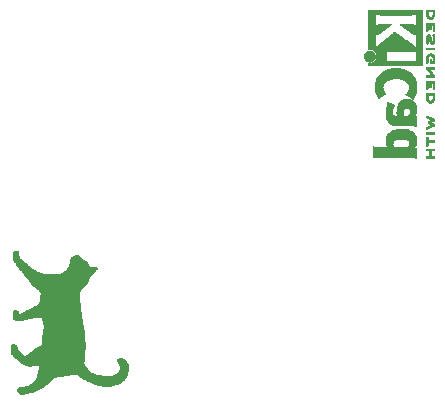
<source format=gbr>
G04 #@! TF.GenerationSoftware,KiCad,Pcbnew,5.99.0-unknown-df3fabf~86~ubuntu18.04.1*
G04 #@! TF.CreationDate,2019-10-25T19:02:02-04:00*
G04 #@! TF.ProjectId,bc26_bc66_module_board,62633236-5f62-4633-9636-5f6d6f64756c,rev?*
G04 #@! TF.SameCoordinates,Original*
G04 #@! TF.FileFunction,Legend,Bot*
G04 #@! TF.FilePolarity,Positive*
%FSLAX46Y46*%
G04 Gerber Fmt 4.6, Leading zero omitted, Abs format (unit mm)*
G04 Created by KiCad (PCBNEW 5.99.0-unknown-df3fabf~86~ubuntu18.04.1) date 2019-10-25 19:02:02*
%MOMM*%
%LPD*%
G04 APERTURE LIST*
%ADD10C,0.010000*%
G04 APERTURE END LIST*
G36*
X103943011Y-71323941D02*
G01*
X104090216Y-71323638D01*
X104254349Y-71323452D01*
X104436352Y-71323358D01*
X104637165Y-71323329D01*
X104857732Y-71323339D01*
X105098992Y-71323364D01*
X105361889Y-71323378D01*
X105404040Y-71323378D01*
X105664668Y-71323354D01*
X105903796Y-71323315D01*
X106122360Y-71323292D01*
X106321295Y-71323313D01*
X106501535Y-71323407D01*
X106664015Y-71323605D01*
X106809670Y-71323937D01*
X106939434Y-71324431D01*
X107054243Y-71325117D01*
X107155030Y-71326024D01*
X107242730Y-71327183D01*
X107318279Y-71328622D01*
X107382611Y-71330371D01*
X107436661Y-71332460D01*
X107481363Y-71334917D01*
X107517652Y-71337773D01*
X107546463Y-71341057D01*
X107568731Y-71344798D01*
X107585390Y-71349026D01*
X107597375Y-71353771D01*
X107605621Y-71359061D01*
X107611062Y-71364927D01*
X107614634Y-71371398D01*
X107617270Y-71378503D01*
X107619906Y-71386272D01*
X107623477Y-71394734D01*
X107625145Y-71399092D01*
X107627111Y-71407605D01*
X107628911Y-71420306D01*
X107630555Y-71438115D01*
X107632047Y-71461951D01*
X107633397Y-71492734D01*
X107634611Y-71531383D01*
X107635697Y-71578818D01*
X107636661Y-71635957D01*
X107637511Y-71703721D01*
X107638253Y-71783029D01*
X107638897Y-71874801D01*
X107639447Y-71979956D01*
X107639913Y-72099413D01*
X107640300Y-72234092D01*
X107640616Y-72384912D01*
X107640869Y-72552794D01*
X107641066Y-72738655D01*
X107641213Y-72943417D01*
X107641318Y-73167998D01*
X107641389Y-73413318D01*
X107641432Y-73680296D01*
X107641437Y-73718679D01*
X107641480Y-73984078D01*
X107641525Y-74227950D01*
X107641548Y-74451217D01*
X107641524Y-74654804D01*
X107641430Y-74839633D01*
X107641243Y-75006627D01*
X107640939Y-75156710D01*
X107640494Y-75290804D01*
X107639885Y-75409834D01*
X107639089Y-75514721D01*
X107638080Y-75606390D01*
X107636837Y-75685763D01*
X107635335Y-75753763D01*
X107633551Y-75811314D01*
X107631461Y-75859338D01*
X107629042Y-75898760D01*
X107626270Y-75930501D01*
X107623121Y-75955486D01*
X107619572Y-75974636D01*
X107615598Y-75988877D01*
X107611178Y-75999129D01*
X107606286Y-76006318D01*
X107600900Y-76011365D01*
X107594996Y-76015195D01*
X107588549Y-76018729D01*
X107581537Y-76022892D01*
X107579687Y-76023975D01*
X107574180Y-76026187D01*
X107565868Y-76028214D01*
X107553809Y-76030062D01*
X107537063Y-76031739D01*
X107514687Y-76033255D01*
X107485740Y-76034617D01*
X107449280Y-76035833D01*
X107404367Y-76036911D01*
X107350057Y-76037860D01*
X107285410Y-76038688D01*
X107209484Y-76039403D01*
X107121338Y-76040013D01*
X107020029Y-76040526D01*
X106904617Y-76040950D01*
X106774160Y-76041294D01*
X106627716Y-76041566D01*
X106464344Y-76041773D01*
X106283101Y-76041924D01*
X106083048Y-76042028D01*
X105863241Y-76042092D01*
X105622739Y-76042124D01*
X105360602Y-76042133D01*
X103169031Y-76042133D01*
X103130649Y-76003751D01*
X103106911Y-75976645D01*
X103095111Y-75949747D01*
X103092267Y-75913440D01*
X103092267Y-75861511D01*
X103180206Y-75861511D01*
X103230102Y-75859573D01*
X103340523Y-75840801D01*
X103441987Y-75803783D01*
X103533152Y-75750631D01*
X103612673Y-75683454D01*
X103679205Y-75604362D01*
X103731406Y-75515466D01*
X103767930Y-75418875D01*
X103787434Y-75316700D01*
X103788561Y-75212147D01*
X104604978Y-75212147D01*
X104604978Y-75657805D01*
X105781845Y-75660880D01*
X106958711Y-75663955D01*
X107017622Y-75690593D01*
X107042183Y-75702515D01*
X107072434Y-75719754D01*
X107089560Y-75732926D01*
X107097591Y-75740924D01*
X107112493Y-75748622D01*
X107113765Y-75744740D01*
X107115791Y-75721480D01*
X107117626Y-75679126D01*
X107119227Y-75619868D01*
X107120549Y-75545893D01*
X107121548Y-75459390D01*
X107122180Y-75362548D01*
X107122400Y-75257555D01*
X107122349Y-75188644D01*
X107122091Y-75090393D01*
X107121637Y-75000970D01*
X107121010Y-74922667D01*
X107120235Y-74857777D01*
X107119335Y-74808589D01*
X107118334Y-74777396D01*
X107117257Y-74766489D01*
X107114037Y-74767678D01*
X107096452Y-74777824D01*
X107070158Y-74794960D01*
X107057691Y-74803460D01*
X107043622Y-74812671D01*
X107029351Y-74820767D01*
X107013479Y-74827815D01*
X106994609Y-74833883D01*
X106971341Y-74839039D01*
X106942278Y-74843349D01*
X106906021Y-74846881D01*
X106861170Y-74849703D01*
X106806328Y-74851882D01*
X106740097Y-74853486D01*
X106661077Y-74854581D01*
X106567871Y-74855235D01*
X106459079Y-74855516D01*
X106333303Y-74855491D01*
X106189145Y-74855228D01*
X106025207Y-74854794D01*
X105840089Y-74854255D01*
X105661232Y-74853721D01*
X105502374Y-74853195D01*
X105363316Y-74852650D01*
X105242665Y-74852055D01*
X105139028Y-74851381D01*
X105051011Y-74850597D01*
X104977223Y-74849674D01*
X104916269Y-74848581D01*
X104866757Y-74847288D01*
X104827293Y-74845765D01*
X104796484Y-74843981D01*
X104772938Y-74841908D01*
X104755260Y-74839514D01*
X104742059Y-74836770D01*
X104731940Y-74833644D01*
X104723511Y-74830108D01*
X104715375Y-74826209D01*
X104678544Y-74806562D01*
X104648391Y-74787775D01*
X104646908Y-74786728D01*
X104624659Y-74772398D01*
X104611702Y-74766489D01*
X104611249Y-74767496D01*
X104609803Y-74784695D01*
X104608480Y-74821344D01*
X104607316Y-74875038D01*
X104606347Y-74943370D01*
X104605611Y-75023936D01*
X104605142Y-75114330D01*
X104604978Y-75212147D01*
X103788561Y-75212147D01*
X103788573Y-75211050D01*
X103770005Y-75104036D01*
X103730384Y-74997768D01*
X103672516Y-74900781D01*
X103597684Y-74815707D01*
X103509615Y-74746985D01*
X103410616Y-74696082D01*
X103302993Y-74664465D01*
X103189054Y-74653600D01*
X103092267Y-74653600D01*
X103092267Y-73033247D01*
X103092280Y-72822103D01*
X103092330Y-72617980D01*
X103092430Y-72434314D01*
X103092592Y-72270009D01*
X103092829Y-72123971D01*
X103093153Y-71995106D01*
X103093575Y-71882317D01*
X103094109Y-71784512D01*
X103094767Y-71700596D01*
X103095561Y-71629473D01*
X103095587Y-71627803D01*
X103701867Y-71627803D01*
X103701867Y-72687686D01*
X103764966Y-72649689D01*
X103790005Y-72635007D01*
X103817586Y-72620469D01*
X103845700Y-72608373D01*
X103876551Y-72598468D01*
X103912344Y-72590506D01*
X103955283Y-72584239D01*
X104007574Y-72579418D01*
X104071419Y-72575794D01*
X104149025Y-72573119D01*
X104242594Y-72571143D01*
X104354333Y-72569618D01*
X104486445Y-72568296D01*
X104606434Y-72567387D01*
X104723063Y-72566980D01*
X104818531Y-72567233D01*
X104892556Y-72568143D01*
X104944855Y-72569707D01*
X104975149Y-72571921D01*
X104983156Y-72574780D01*
X104979858Y-72577839D01*
X104958408Y-72595994D01*
X104921889Y-72625725D01*
X104872442Y-72665361D01*
X104812207Y-72713229D01*
X104743327Y-72767657D01*
X104667943Y-72826973D01*
X104588196Y-72889505D01*
X104506228Y-72953579D01*
X104424180Y-73017525D01*
X104344194Y-73079669D01*
X104268411Y-73138339D01*
X104198973Y-73191863D01*
X104138021Y-73238570D01*
X104087696Y-73276786D01*
X104050140Y-73304839D01*
X104027495Y-73321057D01*
X103955212Y-73366365D01*
X103875463Y-73406339D01*
X103807188Y-73427870D01*
X103749844Y-73431173D01*
X103701867Y-73425884D01*
X103702117Y-74557644D01*
X103732722Y-74518133D01*
X103740089Y-74508752D01*
X103794438Y-74445817D01*
X103862259Y-74377003D01*
X103945516Y-74300404D01*
X104046178Y-74214112D01*
X104066847Y-74196948D01*
X104116409Y-74156167D01*
X104177326Y-74106412D01*
X104247898Y-74049045D01*
X104326424Y-73985431D01*
X104411204Y-73916931D01*
X104500537Y-73844910D01*
X104592722Y-73770730D01*
X104611702Y-73755483D01*
X104686060Y-73695754D01*
X104778848Y-73621347D01*
X104869388Y-73548869D01*
X104955978Y-73479686D01*
X105036918Y-73415159D01*
X105110506Y-73356653D01*
X105175044Y-73305530D01*
X105228829Y-73263153D01*
X105270162Y-73230885D01*
X105297342Y-73210090D01*
X105308668Y-73202131D01*
X105312771Y-73203889D01*
X105333334Y-73216770D01*
X105369561Y-73241115D01*
X105419824Y-73275753D01*
X105482492Y-73319514D01*
X105555936Y-73371225D01*
X105638527Y-73429716D01*
X105728636Y-73493816D01*
X105824631Y-73562354D01*
X105924885Y-73634157D01*
X106027768Y-73708056D01*
X106131650Y-73782879D01*
X106234901Y-73857455D01*
X106335892Y-73930613D01*
X106432994Y-74001181D01*
X106524577Y-74067989D01*
X106609011Y-74129865D01*
X106684667Y-74185639D01*
X106749916Y-74234138D01*
X106803128Y-74274193D01*
X106842673Y-74304631D01*
X106868026Y-74325056D01*
X106922295Y-74371101D01*
X106978775Y-74421388D01*
X107028669Y-74468185D01*
X107122400Y-74559349D01*
X107122400Y-73404910D01*
X107046200Y-73405544D01*
X107004160Y-73404426D01*
X106968334Y-73398696D01*
X106930772Y-73386110D01*
X106882577Y-73364432D01*
X106875897Y-73361211D01*
X106826359Y-73335812D01*
X106778369Y-73309004D01*
X106741466Y-73286083D01*
X106734834Y-73281515D01*
X106703593Y-73259484D01*
X106658654Y-73227307D01*
X106602147Y-73186543D01*
X106536204Y-73138755D01*
X106462957Y-73085502D01*
X106384536Y-73028345D01*
X106303072Y-72968845D01*
X106220698Y-72908563D01*
X106139544Y-72849060D01*
X106061742Y-72791895D01*
X105989423Y-72738630D01*
X105924718Y-72690826D01*
X105869759Y-72650043D01*
X105826676Y-72617842D01*
X105797602Y-72595784D01*
X105784667Y-72585429D01*
X105780351Y-72580956D01*
X105778312Y-72576764D01*
X105780926Y-72573357D01*
X105789986Y-72570675D01*
X105807285Y-72568659D01*
X105834614Y-72567252D01*
X105873765Y-72566395D01*
X105926533Y-72566030D01*
X105994707Y-72566097D01*
X106080082Y-72566540D01*
X106184449Y-72567298D01*
X106309600Y-72568315D01*
X106354300Y-72568692D01*
X106475395Y-72569831D01*
X106576688Y-72571028D01*
X106660262Y-72572364D01*
X106728204Y-72573923D01*
X106782599Y-72575785D01*
X106825532Y-72578034D01*
X106859089Y-72580752D01*
X106885355Y-72584021D01*
X106906416Y-72587922D01*
X106924357Y-72592539D01*
X106950770Y-72600808D01*
X107012772Y-72624417D01*
X107065573Y-72650315D01*
X107102645Y-72675465D01*
X107104075Y-72676661D01*
X107108424Y-72678832D01*
X107112026Y-72676672D01*
X107114951Y-72668356D01*
X107117269Y-72652060D01*
X107119051Y-72625959D01*
X107120367Y-72588229D01*
X107121286Y-72537044D01*
X107121878Y-72470580D01*
X107122215Y-72387013D01*
X107122365Y-72284517D01*
X107122400Y-72161268D01*
X107122400Y-71629704D01*
X107064783Y-71668477D01*
X107055893Y-71674568D01*
X107041069Y-71685024D01*
X107027422Y-71694421D01*
X107013765Y-71702817D01*
X106998911Y-71710267D01*
X106981670Y-71716827D01*
X106960855Y-71722554D01*
X106935280Y-71727505D01*
X106903755Y-71731734D01*
X106865093Y-71735299D01*
X106818107Y-71738256D01*
X106761608Y-71740660D01*
X106694409Y-71742569D01*
X106615322Y-71744038D01*
X106523160Y-71745124D01*
X106416734Y-71745882D01*
X106294857Y-71746370D01*
X106156341Y-71746642D01*
X105999999Y-71746757D01*
X105824642Y-71746769D01*
X105629082Y-71746735D01*
X105412133Y-71746711D01*
X105289513Y-71746720D01*
X105084447Y-71746757D01*
X104900116Y-71746773D01*
X104735334Y-71746712D01*
X104588916Y-71746516D01*
X104459674Y-71746130D01*
X104346422Y-71745495D01*
X104247975Y-71744556D01*
X104163144Y-71743255D01*
X104090744Y-71741536D01*
X104029589Y-71739341D01*
X103978492Y-71736615D01*
X103936267Y-71733299D01*
X103901727Y-71729338D01*
X103873686Y-71724675D01*
X103850958Y-71719253D01*
X103832356Y-71713014D01*
X103816693Y-71705903D01*
X103802784Y-71697862D01*
X103789441Y-71688834D01*
X103775479Y-71678764D01*
X103759711Y-71667593D01*
X103701867Y-71627803D01*
X103095587Y-71627803D01*
X103096504Y-71570050D01*
X103097608Y-71521232D01*
X103098884Y-71481923D01*
X103100347Y-71451031D01*
X103102007Y-71427459D01*
X103103878Y-71410114D01*
X103105972Y-71397901D01*
X103108300Y-71389725D01*
X103110876Y-71384492D01*
X103114445Y-71378496D01*
X103117978Y-71371721D01*
X103121488Y-71365522D01*
X103125918Y-71359874D01*
X103132208Y-71354753D01*
X103141301Y-71350131D01*
X103154139Y-71345985D01*
X103171662Y-71342287D01*
X103194813Y-71339013D01*
X103224534Y-71336137D01*
X103261765Y-71333633D01*
X103307449Y-71331476D01*
X103362527Y-71329640D01*
X103427941Y-71328100D01*
X103504633Y-71326830D01*
X103593544Y-71325805D01*
X103695617Y-71324999D01*
X103701867Y-71324966D01*
X103811792Y-71324386D01*
X103943011Y-71323941D01*
G37*
D10*
X103943011Y-71323941D02*
X104090216Y-71323638D01*
X104254349Y-71323452D01*
X104436352Y-71323358D01*
X104637165Y-71323329D01*
X104857732Y-71323339D01*
X105098992Y-71323364D01*
X105361889Y-71323378D01*
X105404040Y-71323378D01*
X105664668Y-71323354D01*
X105903796Y-71323315D01*
X106122360Y-71323292D01*
X106321295Y-71323313D01*
X106501535Y-71323407D01*
X106664015Y-71323605D01*
X106809670Y-71323937D01*
X106939434Y-71324431D01*
X107054243Y-71325117D01*
X107155030Y-71326024D01*
X107242730Y-71327183D01*
X107318279Y-71328622D01*
X107382611Y-71330371D01*
X107436661Y-71332460D01*
X107481363Y-71334917D01*
X107517652Y-71337773D01*
X107546463Y-71341057D01*
X107568731Y-71344798D01*
X107585390Y-71349026D01*
X107597375Y-71353771D01*
X107605621Y-71359061D01*
X107611062Y-71364927D01*
X107614634Y-71371398D01*
X107617270Y-71378503D01*
X107619906Y-71386272D01*
X107623477Y-71394734D01*
X107625145Y-71399092D01*
X107627111Y-71407605D01*
X107628911Y-71420306D01*
X107630555Y-71438115D01*
X107632047Y-71461951D01*
X107633397Y-71492734D01*
X107634611Y-71531383D01*
X107635697Y-71578818D01*
X107636661Y-71635957D01*
X107637511Y-71703721D01*
X107638253Y-71783029D01*
X107638897Y-71874801D01*
X107639447Y-71979956D01*
X107639913Y-72099413D01*
X107640300Y-72234092D01*
X107640616Y-72384912D01*
X107640869Y-72552794D01*
X107641066Y-72738655D01*
X107641213Y-72943417D01*
X107641318Y-73167998D01*
X107641389Y-73413318D01*
X107641432Y-73680296D01*
X107641437Y-73718679D01*
X107641480Y-73984078D01*
X107641525Y-74227950D01*
X107641548Y-74451217D01*
X107641524Y-74654804D01*
X107641430Y-74839633D01*
X107641243Y-75006627D01*
X107640939Y-75156710D01*
X107640494Y-75290804D01*
X107639885Y-75409834D01*
X107639089Y-75514721D01*
X107638080Y-75606390D01*
X107636837Y-75685763D01*
X107635335Y-75753763D01*
X107633551Y-75811314D01*
X107631461Y-75859338D01*
X107629042Y-75898760D01*
X107626270Y-75930501D01*
X107623121Y-75955486D01*
X107619572Y-75974636D01*
X107615598Y-75988877D01*
X107611178Y-75999129D01*
X107606286Y-76006318D01*
X107600900Y-76011365D01*
X107594996Y-76015195D01*
X107588549Y-76018729D01*
X107581537Y-76022892D01*
X107579687Y-76023975D01*
X107574180Y-76026187D01*
X107565868Y-76028214D01*
X107553809Y-76030062D01*
X107537063Y-76031739D01*
X107514687Y-76033255D01*
X107485740Y-76034617D01*
X107449280Y-76035833D01*
X107404367Y-76036911D01*
X107350057Y-76037860D01*
X107285410Y-76038688D01*
X107209484Y-76039403D01*
X107121338Y-76040013D01*
X107020029Y-76040526D01*
X106904617Y-76040950D01*
X106774160Y-76041294D01*
X106627716Y-76041566D01*
X106464344Y-76041773D01*
X106283101Y-76041924D01*
X106083048Y-76042028D01*
X105863241Y-76042092D01*
X105622739Y-76042124D01*
X105360602Y-76042133D01*
X103169031Y-76042133D01*
X103130649Y-76003751D01*
X103106911Y-75976645D01*
X103095111Y-75949747D01*
X103092267Y-75913440D01*
X103092267Y-75861511D01*
X103180206Y-75861511D01*
X103230102Y-75859573D01*
X103340523Y-75840801D01*
X103441987Y-75803783D01*
X103533152Y-75750631D01*
X103612673Y-75683454D01*
X103679205Y-75604362D01*
X103731406Y-75515466D01*
X103767930Y-75418875D01*
X103787434Y-75316700D01*
X103788561Y-75212147D01*
X104604978Y-75212147D01*
X104604978Y-75657805D01*
X105781845Y-75660880D01*
X106958711Y-75663955D01*
X107017622Y-75690593D01*
X107042183Y-75702515D01*
X107072434Y-75719754D01*
X107089560Y-75732926D01*
X107097591Y-75740924D01*
X107112493Y-75748622D01*
X107113765Y-75744740D01*
X107115791Y-75721480D01*
X107117626Y-75679126D01*
X107119227Y-75619868D01*
X107120549Y-75545893D01*
X107121548Y-75459390D01*
X107122180Y-75362548D01*
X107122400Y-75257555D01*
X107122349Y-75188644D01*
X107122091Y-75090393D01*
X107121637Y-75000970D01*
X107121010Y-74922667D01*
X107120235Y-74857777D01*
X107119335Y-74808589D01*
X107118334Y-74777396D01*
X107117257Y-74766489D01*
X107114037Y-74767678D01*
X107096452Y-74777824D01*
X107070158Y-74794960D01*
X107057691Y-74803460D01*
X107043622Y-74812671D01*
X107029351Y-74820767D01*
X107013479Y-74827815D01*
X106994609Y-74833883D01*
X106971341Y-74839039D01*
X106942278Y-74843349D01*
X106906021Y-74846881D01*
X106861170Y-74849703D01*
X106806328Y-74851882D01*
X106740097Y-74853486D01*
X106661077Y-74854581D01*
X106567871Y-74855235D01*
X106459079Y-74855516D01*
X106333303Y-74855491D01*
X106189145Y-74855228D01*
X106025207Y-74854794D01*
X105840089Y-74854255D01*
X105661232Y-74853721D01*
X105502374Y-74853195D01*
X105363316Y-74852650D01*
X105242665Y-74852055D01*
X105139028Y-74851381D01*
X105051011Y-74850597D01*
X104977223Y-74849674D01*
X104916269Y-74848581D01*
X104866757Y-74847288D01*
X104827293Y-74845765D01*
X104796484Y-74843981D01*
X104772938Y-74841908D01*
X104755260Y-74839514D01*
X104742059Y-74836770D01*
X104731940Y-74833644D01*
X104723511Y-74830108D01*
X104715375Y-74826209D01*
X104678544Y-74806562D01*
X104648391Y-74787775D01*
X104646908Y-74786728D01*
X104624659Y-74772398D01*
X104611702Y-74766489D01*
X104611249Y-74767496D01*
X104609803Y-74784695D01*
X104608480Y-74821344D01*
X104607316Y-74875038D01*
X104606347Y-74943370D01*
X104605611Y-75023936D01*
X104605142Y-75114330D01*
X104604978Y-75212147D01*
X103788561Y-75212147D01*
X103788573Y-75211050D01*
X103770005Y-75104036D01*
X103730384Y-74997768D01*
X103672516Y-74900781D01*
X103597684Y-74815707D01*
X103509615Y-74746985D01*
X103410616Y-74696082D01*
X103302993Y-74664465D01*
X103189054Y-74653600D01*
X103092267Y-74653600D01*
X103092267Y-73033247D01*
X103092280Y-72822103D01*
X103092330Y-72617980D01*
X103092430Y-72434314D01*
X103092592Y-72270009D01*
X103092829Y-72123971D01*
X103093153Y-71995106D01*
X103093575Y-71882317D01*
X103094109Y-71784512D01*
X103094767Y-71700596D01*
X103095561Y-71629473D01*
X103095587Y-71627803D01*
X103701867Y-71627803D01*
X103701867Y-72687686D01*
X103764966Y-72649689D01*
X103790005Y-72635007D01*
X103817586Y-72620469D01*
X103845700Y-72608373D01*
X103876551Y-72598468D01*
X103912344Y-72590506D01*
X103955283Y-72584239D01*
X104007574Y-72579418D01*
X104071419Y-72575794D01*
X104149025Y-72573119D01*
X104242594Y-72571143D01*
X104354333Y-72569618D01*
X104486445Y-72568296D01*
X104606434Y-72567387D01*
X104723063Y-72566980D01*
X104818531Y-72567233D01*
X104892556Y-72568143D01*
X104944855Y-72569707D01*
X104975149Y-72571921D01*
X104983156Y-72574780D01*
X104979858Y-72577839D01*
X104958408Y-72595994D01*
X104921889Y-72625725D01*
X104872442Y-72665361D01*
X104812207Y-72713229D01*
X104743327Y-72767657D01*
X104667943Y-72826973D01*
X104588196Y-72889505D01*
X104506228Y-72953579D01*
X104424180Y-73017525D01*
X104344194Y-73079669D01*
X104268411Y-73138339D01*
X104198973Y-73191863D01*
X104138021Y-73238570D01*
X104087696Y-73276786D01*
X104050140Y-73304839D01*
X104027495Y-73321057D01*
X103955212Y-73366365D01*
X103875463Y-73406339D01*
X103807188Y-73427870D01*
X103749844Y-73431173D01*
X103701867Y-73425884D01*
X103702117Y-74557644D01*
X103732722Y-74518133D01*
X103740089Y-74508752D01*
X103794438Y-74445817D01*
X103862259Y-74377003D01*
X103945516Y-74300404D01*
X104046178Y-74214112D01*
X104066847Y-74196948D01*
X104116409Y-74156167D01*
X104177326Y-74106412D01*
X104247898Y-74049045D01*
X104326424Y-73985431D01*
X104411204Y-73916931D01*
X104500537Y-73844910D01*
X104592722Y-73770730D01*
X104611702Y-73755483D01*
X104686060Y-73695754D01*
X104778848Y-73621347D01*
X104869388Y-73548869D01*
X104955978Y-73479686D01*
X105036918Y-73415159D01*
X105110506Y-73356653D01*
X105175044Y-73305530D01*
X105228829Y-73263153D01*
X105270162Y-73230885D01*
X105297342Y-73210090D01*
X105308668Y-73202131D01*
X105312771Y-73203889D01*
X105333334Y-73216770D01*
X105369561Y-73241115D01*
X105419824Y-73275753D01*
X105482492Y-73319514D01*
X105555936Y-73371225D01*
X105638527Y-73429716D01*
X105728636Y-73493816D01*
X105824631Y-73562354D01*
X105924885Y-73634157D01*
X106027768Y-73708056D01*
X106131650Y-73782879D01*
X106234901Y-73857455D01*
X106335892Y-73930613D01*
X106432994Y-74001181D01*
X106524577Y-74067989D01*
X106609011Y-74129865D01*
X106684667Y-74185639D01*
X106749916Y-74234138D01*
X106803128Y-74274193D01*
X106842673Y-74304631D01*
X106868026Y-74325056D01*
X106922295Y-74371101D01*
X106978775Y-74421388D01*
X107028669Y-74468185D01*
X107122400Y-74559349D01*
X107122400Y-73404910D01*
X107046200Y-73405544D01*
X107004160Y-73404426D01*
X106968334Y-73398696D01*
X106930772Y-73386110D01*
X106882577Y-73364432D01*
X106875897Y-73361211D01*
X106826359Y-73335812D01*
X106778369Y-73309004D01*
X106741466Y-73286083D01*
X106734834Y-73281515D01*
X106703593Y-73259484D01*
X106658654Y-73227307D01*
X106602147Y-73186543D01*
X106536204Y-73138755D01*
X106462957Y-73085502D01*
X106384536Y-73028345D01*
X106303072Y-72968845D01*
X106220698Y-72908563D01*
X106139544Y-72849060D01*
X106061742Y-72791895D01*
X105989423Y-72738630D01*
X105924718Y-72690826D01*
X105869759Y-72650043D01*
X105826676Y-72617842D01*
X105797602Y-72595784D01*
X105784667Y-72585429D01*
X105780351Y-72580956D01*
X105778312Y-72576764D01*
X105780926Y-72573357D01*
X105789986Y-72570675D01*
X105807285Y-72568659D01*
X105834614Y-72567252D01*
X105873765Y-72566395D01*
X105926533Y-72566030D01*
X105994707Y-72566097D01*
X106080082Y-72566540D01*
X106184449Y-72567298D01*
X106309600Y-72568315D01*
X106354300Y-72568692D01*
X106475395Y-72569831D01*
X106576688Y-72571028D01*
X106660262Y-72572364D01*
X106728204Y-72573923D01*
X106782599Y-72575785D01*
X106825532Y-72578034D01*
X106859089Y-72580752D01*
X106885355Y-72584021D01*
X106906416Y-72587922D01*
X106924357Y-72592539D01*
X106950770Y-72600808D01*
X107012772Y-72624417D01*
X107065573Y-72650315D01*
X107102645Y-72675465D01*
X107104075Y-72676661D01*
X107108424Y-72678832D01*
X107112026Y-72676672D01*
X107114951Y-72668356D01*
X107117269Y-72652060D01*
X107119051Y-72625959D01*
X107120367Y-72588229D01*
X107121286Y-72537044D01*
X107121878Y-72470580D01*
X107122215Y-72387013D01*
X107122365Y-72284517D01*
X107122400Y-72161268D01*
X107122400Y-71629704D01*
X107064783Y-71668477D01*
X107055893Y-71674568D01*
X107041069Y-71685024D01*
X107027422Y-71694421D01*
X107013765Y-71702817D01*
X106998911Y-71710267D01*
X106981670Y-71716827D01*
X106960855Y-71722554D01*
X106935280Y-71727505D01*
X106903755Y-71731734D01*
X106865093Y-71735299D01*
X106818107Y-71738256D01*
X106761608Y-71740660D01*
X106694409Y-71742569D01*
X106615322Y-71744038D01*
X106523160Y-71745124D01*
X106416734Y-71745882D01*
X106294857Y-71746370D01*
X106156341Y-71746642D01*
X105999999Y-71746757D01*
X105824642Y-71746769D01*
X105629082Y-71746735D01*
X105412133Y-71746711D01*
X105289513Y-71746720D01*
X105084447Y-71746757D01*
X104900116Y-71746773D01*
X104735334Y-71746712D01*
X104588916Y-71746516D01*
X104459674Y-71746130D01*
X104346422Y-71745495D01*
X104247975Y-71744556D01*
X104163144Y-71743255D01*
X104090744Y-71741536D01*
X104029589Y-71739341D01*
X103978492Y-71736615D01*
X103936267Y-71733299D01*
X103901727Y-71729338D01*
X103873686Y-71724675D01*
X103850958Y-71719253D01*
X103832356Y-71713014D01*
X103816693Y-71705903D01*
X103802784Y-71697862D01*
X103789441Y-71688834D01*
X103775479Y-71678764D01*
X103759711Y-71667593D01*
X103701867Y-71627803D01*
X103095587Y-71627803D01*
X103096504Y-71570050D01*
X103097608Y-71521232D01*
X103098884Y-71481923D01*
X103100347Y-71451031D01*
X103102007Y-71427459D01*
X103103878Y-71410114D01*
X103105972Y-71397901D01*
X103108300Y-71389725D01*
X103110876Y-71384492D01*
X103114445Y-71378496D01*
X103117978Y-71371721D01*
X103121488Y-71365522D01*
X103125918Y-71359874D01*
X103132208Y-71354753D01*
X103141301Y-71350131D01*
X103154139Y-71345985D01*
X103171662Y-71342287D01*
X103194813Y-71339013D01*
X103224534Y-71336137D01*
X103261765Y-71333633D01*
X103307449Y-71331476D01*
X103362527Y-71329640D01*
X103427941Y-71328100D01*
X103504633Y-71326830D01*
X103593544Y-71325805D01*
X103695617Y-71324999D01*
X103701867Y-71324966D01*
X103811792Y-71324386D01*
X103943011Y-71323941D01*
G36*
X105521325Y-76282449D02*
G01*
X105722581Y-76299209D01*
X105917128Y-76332708D01*
X106100756Y-76382956D01*
X106218053Y-76426810D01*
X106380951Y-76504652D01*
X106534866Y-76598172D01*
X106676671Y-76705178D01*
X106803239Y-76823481D01*
X106911441Y-76950889D01*
X106964120Y-77028394D01*
X107033750Y-77155275D01*
X107092468Y-77292757D01*
X107137587Y-77434284D01*
X107166422Y-77573298D01*
X107168106Y-77587403D01*
X107171434Y-77630847D01*
X107174275Y-77688277D01*
X107176373Y-77753878D01*
X107177468Y-77821833D01*
X107175140Y-77948622D01*
X107162136Y-78096327D01*
X107137133Y-78234221D01*
X107099318Y-78367986D01*
X107090889Y-78391438D01*
X107071408Y-78439388D01*
X107046473Y-78495860D01*
X107017722Y-78557621D01*
X106986790Y-78621437D01*
X106955315Y-78684074D01*
X106924934Y-78742297D01*
X106897283Y-78792873D01*
X106873999Y-78832567D01*
X106856718Y-78858146D01*
X106847079Y-78866375D01*
X106843984Y-78864924D01*
X106824079Y-78853750D01*
X106788420Y-78832866D01*
X106739459Y-78803735D01*
X106679646Y-78767819D01*
X106611433Y-78726580D01*
X106537271Y-78681483D01*
X106240008Y-78500215D01*
X106284539Y-78453685D01*
X106362865Y-78362277D01*
X106437439Y-78248666D01*
X106491474Y-78130878D01*
X106524290Y-78010441D01*
X106535211Y-77888883D01*
X106533868Y-77847415D01*
X106515612Y-77729920D01*
X106476617Y-77619911D01*
X106417670Y-77518570D01*
X106339557Y-77427079D01*
X106243064Y-77346620D01*
X106128978Y-77278373D01*
X106094724Y-77262092D01*
X105971240Y-77216018D01*
X105832918Y-77180894D01*
X105683561Y-77156803D01*
X105526973Y-77143827D01*
X105366956Y-77142051D01*
X105207314Y-77151557D01*
X105051850Y-77172428D01*
X104904366Y-77204748D01*
X104768667Y-77248601D01*
X104682076Y-77286018D01*
X104568688Y-77350815D01*
X104475070Y-77426228D01*
X104400959Y-77512582D01*
X104346094Y-77610205D01*
X104310212Y-77719423D01*
X104293051Y-77840561D01*
X104291880Y-77909962D01*
X104306141Y-78032832D01*
X104341241Y-78148336D01*
X104396682Y-78255047D01*
X104471964Y-78351536D01*
X104486440Y-78367280D01*
X104512962Y-78397850D01*
X104530138Y-78420191D01*
X104534787Y-78430309D01*
X104532597Y-78432294D01*
X104513721Y-78446759D01*
X104480397Y-78470600D01*
X104435380Y-78501971D01*
X104381425Y-78539026D01*
X104321285Y-78579917D01*
X104257718Y-78622798D01*
X104193476Y-78665822D01*
X104131315Y-78707143D01*
X104073991Y-78744914D01*
X104024257Y-78777288D01*
X103984868Y-78802418D01*
X103958580Y-78818458D01*
X103948147Y-78823561D01*
X103943941Y-78818950D01*
X103938933Y-78799733D01*
X103936386Y-78790162D01*
X103925249Y-78762191D01*
X103906802Y-78720552D01*
X103882725Y-78669005D01*
X103854699Y-78611310D01*
X103849154Y-78600043D01*
X103769889Y-78422313D01*
X103710385Y-78252510D01*
X103670245Y-78088570D01*
X103649071Y-77928429D01*
X103646466Y-77770023D01*
X103662033Y-77611289D01*
X103679523Y-77515732D01*
X103724564Y-77351442D01*
X103787656Y-77197411D01*
X103869915Y-77051491D01*
X103972457Y-76911534D01*
X104096399Y-76775392D01*
X104141661Y-76731527D01*
X104273865Y-76619242D01*
X104411832Y-76526028D01*
X104559750Y-76449281D01*
X104721803Y-76386397D01*
X104733391Y-76382580D01*
X104919392Y-76332493D01*
X105115521Y-76299101D01*
X105317568Y-76282416D01*
X105521325Y-76282449D01*
G37*
X105521325Y-76282449D02*
X105722581Y-76299209D01*
X105917128Y-76332708D01*
X106100756Y-76382956D01*
X106218053Y-76426810D01*
X106380951Y-76504652D01*
X106534866Y-76598172D01*
X106676671Y-76705178D01*
X106803239Y-76823481D01*
X106911441Y-76950889D01*
X106964120Y-77028394D01*
X107033750Y-77155275D01*
X107092468Y-77292757D01*
X107137587Y-77434284D01*
X107166422Y-77573298D01*
X107168106Y-77587403D01*
X107171434Y-77630847D01*
X107174275Y-77688277D01*
X107176373Y-77753878D01*
X107177468Y-77821833D01*
X107175140Y-77948622D01*
X107162136Y-78096327D01*
X107137133Y-78234221D01*
X107099318Y-78367986D01*
X107090889Y-78391438D01*
X107071408Y-78439388D01*
X107046473Y-78495860D01*
X107017722Y-78557621D01*
X106986790Y-78621437D01*
X106955315Y-78684074D01*
X106924934Y-78742297D01*
X106897283Y-78792873D01*
X106873999Y-78832567D01*
X106856718Y-78858146D01*
X106847079Y-78866375D01*
X106843984Y-78864924D01*
X106824079Y-78853750D01*
X106788420Y-78832866D01*
X106739459Y-78803735D01*
X106679646Y-78767819D01*
X106611433Y-78726580D01*
X106537271Y-78681483D01*
X106240008Y-78500215D01*
X106284539Y-78453685D01*
X106362865Y-78362277D01*
X106437439Y-78248666D01*
X106491474Y-78130878D01*
X106524290Y-78010441D01*
X106535211Y-77888883D01*
X106533868Y-77847415D01*
X106515612Y-77729920D01*
X106476617Y-77619911D01*
X106417670Y-77518570D01*
X106339557Y-77427079D01*
X106243064Y-77346620D01*
X106128978Y-77278373D01*
X106094724Y-77262092D01*
X105971240Y-77216018D01*
X105832918Y-77180894D01*
X105683561Y-77156803D01*
X105526973Y-77143827D01*
X105366956Y-77142051D01*
X105207314Y-77151557D01*
X105051850Y-77172428D01*
X104904366Y-77204748D01*
X104768667Y-77248601D01*
X104682076Y-77286018D01*
X104568688Y-77350815D01*
X104475070Y-77426228D01*
X104400959Y-77512582D01*
X104346094Y-77610205D01*
X104310212Y-77719423D01*
X104293051Y-77840561D01*
X104291880Y-77909962D01*
X104306141Y-78032832D01*
X104341241Y-78148336D01*
X104396682Y-78255047D01*
X104471964Y-78351536D01*
X104486440Y-78367280D01*
X104512962Y-78397850D01*
X104530138Y-78420191D01*
X104534787Y-78430309D01*
X104532597Y-78432294D01*
X104513721Y-78446759D01*
X104480397Y-78470600D01*
X104435380Y-78501971D01*
X104381425Y-78539026D01*
X104321285Y-78579917D01*
X104257718Y-78622798D01*
X104193476Y-78665822D01*
X104131315Y-78707143D01*
X104073991Y-78744914D01*
X104024257Y-78777288D01*
X103984868Y-78802418D01*
X103958580Y-78818458D01*
X103948147Y-78823561D01*
X103943941Y-78818950D01*
X103938933Y-78799733D01*
X103936386Y-78790162D01*
X103925249Y-78762191D01*
X103906802Y-78720552D01*
X103882725Y-78669005D01*
X103854699Y-78611310D01*
X103849154Y-78600043D01*
X103769889Y-78422313D01*
X103710385Y-78252510D01*
X103670245Y-78088570D01*
X103649071Y-77928429D01*
X103646466Y-77770023D01*
X103662033Y-77611289D01*
X103679523Y-77515732D01*
X103724564Y-77351442D01*
X103787656Y-77197411D01*
X103869915Y-77051491D01*
X103972457Y-76911534D01*
X104096399Y-76775392D01*
X104141661Y-76731527D01*
X104273865Y-76619242D01*
X104411832Y-76526028D01*
X104559750Y-76449281D01*
X104721803Y-76386397D01*
X104733391Y-76382580D01*
X104919392Y-76332493D01*
X105115521Y-76299101D01*
X105317568Y-76282416D01*
X105521325Y-76282449D01*
G36*
X106377363Y-78872739D02*
G01*
X106452202Y-78876368D01*
X106514401Y-78883978D01*
X106570984Y-78896312D01*
X106697076Y-78940687D01*
X106811679Y-79003600D01*
X106912568Y-79083762D01*
X106998924Y-79180260D01*
X107069932Y-79292178D01*
X107124776Y-79418603D01*
X107162638Y-79558622D01*
X107168351Y-79594851D01*
X107174313Y-79673845D01*
X107174646Y-79762159D01*
X107169659Y-79851925D01*
X107159666Y-79935278D01*
X107144978Y-80004349D01*
X107114749Y-80090813D01*
X107060057Y-80200714D01*
X106992543Y-80298044D01*
X106941556Y-80360133D01*
X107037622Y-80363395D01*
X107133689Y-80366657D01*
X107133689Y-80789550D01*
X107133686Y-80800457D01*
X107133380Y-80894944D01*
X107132616Y-80981669D01*
X107131451Y-81058163D01*
X107129942Y-81121957D01*
X107128147Y-81170582D01*
X107126121Y-81201567D01*
X107123922Y-81212444D01*
X107123463Y-81212422D01*
X107107910Y-81205386D01*
X107085071Y-81189566D01*
X107079638Y-81185266D01*
X107065606Y-81174223D01*
X107052186Y-81164689D01*
X107037722Y-81156539D01*
X107020556Y-81149648D01*
X106999034Y-81143889D01*
X106971498Y-81139138D01*
X106936292Y-81135269D01*
X106891760Y-81132156D01*
X106836246Y-81129675D01*
X106768093Y-81127700D01*
X106685645Y-81126106D01*
X106587246Y-81124766D01*
X106471239Y-81123556D01*
X106335968Y-81122351D01*
X106179778Y-81121025D01*
X106037012Y-81119772D01*
X105891942Y-81118349D01*
X105766027Y-81116824D01*
X105657436Y-81115067D01*
X105564334Y-81112949D01*
X105484891Y-81110340D01*
X105417273Y-81107110D01*
X105359649Y-81103131D01*
X105310185Y-81098272D01*
X105267050Y-81092403D01*
X105228410Y-81085396D01*
X105192434Y-81077120D01*
X105157289Y-81067446D01*
X105121142Y-81056244D01*
X105082161Y-81043384D01*
X105039091Y-81027910D01*
X104946871Y-80985006D01*
X104867099Y-80931265D01*
X104792965Y-80862424D01*
X104729405Y-80784815D01*
X104667725Y-80680239D01*
X104620202Y-80560756D01*
X104586567Y-80425492D01*
X104566552Y-80273574D01*
X104559889Y-80104128D01*
X104560287Y-80046110D01*
X104562335Y-79980602D01*
X104566704Y-79919307D01*
X104574035Y-79857903D01*
X104584969Y-79792068D01*
X104600147Y-79717480D01*
X104620209Y-79629816D01*
X104645797Y-79524755D01*
X104652820Y-79496194D01*
X104670776Y-79420946D01*
X104686820Y-79350612D01*
X104700028Y-79289433D01*
X104709474Y-79241646D01*
X104714231Y-79211489D01*
X104717910Y-79183217D01*
X104723187Y-79156940D01*
X104727942Y-79146941D01*
X104736781Y-79150048D01*
X104764072Y-79160806D01*
X104806906Y-79178136D01*
X104862425Y-79200874D01*
X104927772Y-79227853D01*
X105000089Y-79257910D01*
X105015879Y-79264507D01*
X105106484Y-79303093D01*
X105176217Y-79334232D01*
X105225405Y-79358083D01*
X105254374Y-79374802D01*
X105263452Y-79384546D01*
X105261405Y-79392234D01*
X105251760Y-79418585D01*
X105236190Y-79457018D01*
X105216815Y-79502178D01*
X105178814Y-79596707D01*
X105137780Y-79733520D01*
X105112612Y-79874711D01*
X105108611Y-79912686D01*
X105106447Y-80015941D01*
X105119622Y-80103048D01*
X105148756Y-80174871D01*
X105194466Y-80232269D01*
X105257372Y-80276104D01*
X105338092Y-80307238D01*
X105437245Y-80326530D01*
X105496224Y-80333950D01*
X105489445Y-80172064D01*
X105489111Y-80146106D01*
X106011842Y-80146106D01*
X106011857Y-80154993D01*
X106012655Y-80210340D01*
X106014488Y-80257264D01*
X106017111Y-80291047D01*
X106020274Y-80306972D01*
X106026741Y-80311057D01*
X106048875Y-80315428D01*
X106087988Y-80318396D01*
X106145939Y-80320086D01*
X106224586Y-80320622D01*
X106420462Y-80320622D01*
X106476973Y-80275952D01*
X106492212Y-80263215D01*
X106534844Y-80216396D01*
X106570672Y-80155745D01*
X106575850Y-80145103D01*
X106592745Y-80106324D01*
X106602909Y-80071308D01*
X106608325Y-80031278D01*
X106610978Y-79977459D01*
X106611383Y-79959352D01*
X106608540Y-79883989D01*
X106596620Y-79823257D01*
X106574037Y-79771548D01*
X106539211Y-79723254D01*
X106534798Y-79718197D01*
X106479160Y-79669728D01*
X106415333Y-79641541D01*
X106340282Y-79632248D01*
X106268693Y-79639480D01*
X106205645Y-79664204D01*
X106147758Y-79708751D01*
X106100808Y-79763681D01*
X106060961Y-79836106D01*
X106033263Y-79922660D01*
X106017096Y-80025330D01*
X106011842Y-80146106D01*
X105489111Y-80146106D01*
X105487813Y-80045505D01*
X105494194Y-79894049D01*
X105508777Y-79745604D01*
X105530882Y-79609422D01*
X105545821Y-79544755D01*
X105588741Y-79412510D01*
X105645340Y-79290238D01*
X105714017Y-79180315D01*
X105793170Y-79085117D01*
X105881196Y-79007020D01*
X105976493Y-78948401D01*
X106028864Y-78924405D01*
X106099590Y-78898768D01*
X106170812Y-78882522D01*
X106249712Y-78874178D01*
X106340282Y-78872310D01*
X106343467Y-78872245D01*
X106377363Y-78872739D01*
G37*
X106377363Y-78872739D02*
X106452202Y-78876368D01*
X106514401Y-78883978D01*
X106570984Y-78896312D01*
X106697076Y-78940687D01*
X106811679Y-79003600D01*
X106912568Y-79083762D01*
X106998924Y-79180260D01*
X107069932Y-79292178D01*
X107124776Y-79418603D01*
X107162638Y-79558622D01*
X107168351Y-79594851D01*
X107174313Y-79673845D01*
X107174646Y-79762159D01*
X107169659Y-79851925D01*
X107159666Y-79935278D01*
X107144978Y-80004349D01*
X107114749Y-80090813D01*
X107060057Y-80200714D01*
X106992543Y-80298044D01*
X106941556Y-80360133D01*
X107037622Y-80363395D01*
X107133689Y-80366657D01*
X107133689Y-80789550D01*
X107133686Y-80800457D01*
X107133380Y-80894944D01*
X107132616Y-80981669D01*
X107131451Y-81058163D01*
X107129942Y-81121957D01*
X107128147Y-81170582D01*
X107126121Y-81201567D01*
X107123922Y-81212444D01*
X107123463Y-81212422D01*
X107107910Y-81205386D01*
X107085071Y-81189566D01*
X107079638Y-81185266D01*
X107065606Y-81174223D01*
X107052186Y-81164689D01*
X107037722Y-81156539D01*
X107020556Y-81149648D01*
X106999034Y-81143889D01*
X106971498Y-81139138D01*
X106936292Y-81135269D01*
X106891760Y-81132156D01*
X106836246Y-81129675D01*
X106768093Y-81127700D01*
X106685645Y-81126106D01*
X106587246Y-81124766D01*
X106471239Y-81123556D01*
X106335968Y-81122351D01*
X106179778Y-81121025D01*
X106037012Y-81119772D01*
X105891942Y-81118349D01*
X105766027Y-81116824D01*
X105657436Y-81115067D01*
X105564334Y-81112949D01*
X105484891Y-81110340D01*
X105417273Y-81107110D01*
X105359649Y-81103131D01*
X105310185Y-81098272D01*
X105267050Y-81092403D01*
X105228410Y-81085396D01*
X105192434Y-81077120D01*
X105157289Y-81067446D01*
X105121142Y-81056244D01*
X105082161Y-81043384D01*
X105039091Y-81027910D01*
X104946871Y-80985006D01*
X104867099Y-80931265D01*
X104792965Y-80862424D01*
X104729405Y-80784815D01*
X104667725Y-80680239D01*
X104620202Y-80560756D01*
X104586567Y-80425492D01*
X104566552Y-80273574D01*
X104559889Y-80104128D01*
X104560287Y-80046110D01*
X104562335Y-79980602D01*
X104566704Y-79919307D01*
X104574035Y-79857903D01*
X104584969Y-79792068D01*
X104600147Y-79717480D01*
X104620209Y-79629816D01*
X104645797Y-79524755D01*
X104652820Y-79496194D01*
X104670776Y-79420946D01*
X104686820Y-79350612D01*
X104700028Y-79289433D01*
X104709474Y-79241646D01*
X104714231Y-79211489D01*
X104717910Y-79183217D01*
X104723187Y-79156940D01*
X104727942Y-79146941D01*
X104736781Y-79150048D01*
X104764072Y-79160806D01*
X104806906Y-79178136D01*
X104862425Y-79200874D01*
X104927772Y-79227853D01*
X105000089Y-79257910D01*
X105015879Y-79264507D01*
X105106484Y-79303093D01*
X105176217Y-79334232D01*
X105225405Y-79358083D01*
X105254374Y-79374802D01*
X105263452Y-79384546D01*
X105261405Y-79392234D01*
X105251760Y-79418585D01*
X105236190Y-79457018D01*
X105216815Y-79502178D01*
X105178814Y-79596707D01*
X105137780Y-79733520D01*
X105112612Y-79874711D01*
X105108611Y-79912686D01*
X105106447Y-80015941D01*
X105119622Y-80103048D01*
X105148756Y-80174871D01*
X105194466Y-80232269D01*
X105257372Y-80276104D01*
X105338092Y-80307238D01*
X105437245Y-80326530D01*
X105496224Y-80333950D01*
X105489445Y-80172064D01*
X105489111Y-80146106D01*
X106011842Y-80146106D01*
X106011857Y-80154993D01*
X106012655Y-80210340D01*
X106014488Y-80257264D01*
X106017111Y-80291047D01*
X106020274Y-80306972D01*
X106026741Y-80311057D01*
X106048875Y-80315428D01*
X106087988Y-80318396D01*
X106145939Y-80320086D01*
X106224586Y-80320622D01*
X106420462Y-80320622D01*
X106476973Y-80275952D01*
X106492212Y-80263215D01*
X106534844Y-80216396D01*
X106570672Y-80155745D01*
X106575850Y-80145103D01*
X106592745Y-80106324D01*
X106602909Y-80071308D01*
X106608325Y-80031278D01*
X106610978Y-79977459D01*
X106611383Y-79959352D01*
X106608540Y-79883989D01*
X106596620Y-79823257D01*
X106574037Y-79771548D01*
X106539211Y-79723254D01*
X106534798Y-79718197D01*
X106479160Y-79669728D01*
X106415333Y-79641541D01*
X106340282Y-79632248D01*
X106268693Y-79639480D01*
X106205645Y-79664204D01*
X106147758Y-79708751D01*
X106100808Y-79763681D01*
X106060961Y-79836106D01*
X106033263Y-79922660D01*
X106017096Y-80025330D01*
X106011842Y-80146106D01*
X105489111Y-80146106D01*
X105487813Y-80045505D01*
X105494194Y-79894049D01*
X105508777Y-79745604D01*
X105530882Y-79609422D01*
X105545821Y-79544755D01*
X105588741Y-79412510D01*
X105645340Y-79290238D01*
X105714017Y-79180315D01*
X105793170Y-79085117D01*
X105881196Y-79007020D01*
X105976493Y-78948401D01*
X106028864Y-78924405D01*
X106099590Y-78898768D01*
X106170812Y-78882522D01*
X106249712Y-78874178D01*
X106340282Y-78872310D01*
X106343467Y-78872245D01*
X106377363Y-78872739D01*
G36*
X106020158Y-81414732D02*
G01*
X106171594Y-81423311D01*
X106308283Y-81442167D01*
X106434276Y-81472163D01*
X106553625Y-81514164D01*
X106670381Y-81569031D01*
X106781179Y-81635833D01*
X106894739Y-81726637D01*
X106990211Y-81830292D01*
X107067073Y-81946113D01*
X107124797Y-82073414D01*
X107162858Y-82211511D01*
X107168666Y-82249207D01*
X107174396Y-82328248D01*
X107174583Y-82416371D01*
X107169539Y-82505764D01*
X107159578Y-82588616D01*
X107145012Y-82657113D01*
X107135364Y-82687965D01*
X107105123Y-82765270D01*
X107067617Y-82842321D01*
X107026614Y-82911800D01*
X106985879Y-82966385D01*
X106966505Y-82989084D01*
X106948662Y-83011799D01*
X106941778Y-83023221D01*
X106943424Y-83024463D01*
X106961205Y-83027272D01*
X106994370Y-83029224D01*
X107037733Y-83029955D01*
X107133689Y-83029955D01*
X107133689Y-83888104D01*
X107072974Y-83853839D01*
X107063868Y-83848645D01*
X107049249Y-83840285D01*
X107035173Y-83832712D01*
X107020540Y-83825888D01*
X107004249Y-83819773D01*
X106985198Y-83814327D01*
X106962286Y-83809513D01*
X106934413Y-83805292D01*
X106900478Y-83801623D01*
X106859379Y-83798469D01*
X106810015Y-83795789D01*
X106751286Y-83793546D01*
X106682090Y-83791701D01*
X106601326Y-83790213D01*
X106507894Y-83789045D01*
X106400692Y-83788156D01*
X106278620Y-83787509D01*
X106140576Y-83787064D01*
X105985459Y-83786782D01*
X105812168Y-83786625D01*
X105619603Y-83786552D01*
X105406662Y-83786526D01*
X105172245Y-83786507D01*
X103487378Y-83786311D01*
X103487378Y-82880983D01*
X103524067Y-82905415D01*
X103533647Y-82911682D01*
X103579981Y-82937792D01*
X103627102Y-82955531D01*
X103682251Y-82967092D01*
X103752667Y-82974669D01*
X103759650Y-82975161D01*
X103797641Y-82976938D01*
X103851576Y-82978556D01*
X103918703Y-82980001D01*
X103996271Y-82981260D01*
X104081528Y-82982320D01*
X104171724Y-82983171D01*
X104264107Y-82983797D01*
X104355925Y-82984188D01*
X104444427Y-82984330D01*
X104526862Y-82984210D01*
X104600479Y-82983817D01*
X104662526Y-82983138D01*
X104710251Y-82982159D01*
X104740904Y-82980868D01*
X104751733Y-82979253D01*
X104747333Y-82971043D01*
X104732362Y-82949353D01*
X104710448Y-82919986D01*
X104676236Y-82871121D01*
X104629714Y-82782875D01*
X104596046Y-82684084D01*
X104593232Y-82669557D01*
X105147465Y-82669557D01*
X105159389Y-82754681D01*
X105186040Y-82838867D01*
X105226962Y-82917392D01*
X105270530Y-82984800D01*
X106420721Y-82984800D01*
X106467089Y-82914244D01*
X106490791Y-82873583D01*
X106516639Y-82819454D01*
X106534829Y-82770311D01*
X106550551Y-82706835D01*
X106561541Y-82610669D01*
X106553365Y-82526100D01*
X106525805Y-82452781D01*
X106478642Y-82390363D01*
X106411658Y-82338498D01*
X106324633Y-82296840D01*
X106217350Y-82265038D01*
X106205009Y-82262455D01*
X106143772Y-82254000D01*
X106066692Y-82248337D01*
X105979002Y-82245424D01*
X105885934Y-82245217D01*
X105792720Y-82247670D01*
X105704594Y-82252739D01*
X105626788Y-82260381D01*
X105564533Y-82270552D01*
X105558666Y-82271833D01*
X105448121Y-82300874D01*
X105357575Y-82335390D01*
X105284953Y-82376544D01*
X105228181Y-82425501D01*
X105185184Y-82483426D01*
X105169615Y-82515380D01*
X105150722Y-82588216D01*
X105147465Y-82669557D01*
X104593232Y-82669557D01*
X104574231Y-82571490D01*
X104563265Y-82441836D01*
X104562219Y-82349330D01*
X104572014Y-82227989D01*
X104596174Y-82117901D01*
X104635785Y-82014611D01*
X104691932Y-81913662D01*
X104722883Y-81868497D01*
X104814115Y-81763089D01*
X104923106Y-81671462D01*
X105049726Y-81593668D01*
X105193845Y-81529759D01*
X105355332Y-81479786D01*
X105534059Y-81443802D01*
X105729895Y-81421857D01*
X105885934Y-81416100D01*
X105942711Y-81414006D01*
X106020158Y-81414732D01*
G37*
X106020158Y-81414732D02*
X106171594Y-81423311D01*
X106308283Y-81442167D01*
X106434276Y-81472163D01*
X106553625Y-81514164D01*
X106670381Y-81569031D01*
X106781179Y-81635833D01*
X106894739Y-81726637D01*
X106990211Y-81830292D01*
X107067073Y-81946113D01*
X107124797Y-82073414D01*
X107162858Y-82211511D01*
X107168666Y-82249207D01*
X107174396Y-82328248D01*
X107174583Y-82416371D01*
X107169539Y-82505764D01*
X107159578Y-82588616D01*
X107145012Y-82657113D01*
X107135364Y-82687965D01*
X107105123Y-82765270D01*
X107067617Y-82842321D01*
X107026614Y-82911800D01*
X106985879Y-82966385D01*
X106966505Y-82989084D01*
X106948662Y-83011799D01*
X106941778Y-83023221D01*
X106943424Y-83024463D01*
X106961205Y-83027272D01*
X106994370Y-83029224D01*
X107037733Y-83029955D01*
X107133689Y-83029955D01*
X107133689Y-83888104D01*
X107072974Y-83853839D01*
X107063868Y-83848645D01*
X107049249Y-83840285D01*
X107035173Y-83832712D01*
X107020540Y-83825888D01*
X107004249Y-83819773D01*
X106985198Y-83814327D01*
X106962286Y-83809513D01*
X106934413Y-83805292D01*
X106900478Y-83801623D01*
X106859379Y-83798469D01*
X106810015Y-83795789D01*
X106751286Y-83793546D01*
X106682090Y-83791701D01*
X106601326Y-83790213D01*
X106507894Y-83789045D01*
X106400692Y-83788156D01*
X106278620Y-83787509D01*
X106140576Y-83787064D01*
X105985459Y-83786782D01*
X105812168Y-83786625D01*
X105619603Y-83786552D01*
X105406662Y-83786526D01*
X105172245Y-83786507D01*
X103487378Y-83786311D01*
X103487378Y-82880983D01*
X103524067Y-82905415D01*
X103533647Y-82911682D01*
X103579981Y-82937792D01*
X103627102Y-82955531D01*
X103682251Y-82967092D01*
X103752667Y-82974669D01*
X103759650Y-82975161D01*
X103797641Y-82976938D01*
X103851576Y-82978556D01*
X103918703Y-82980001D01*
X103996271Y-82981260D01*
X104081528Y-82982320D01*
X104171724Y-82983171D01*
X104264107Y-82983797D01*
X104355925Y-82984188D01*
X104444427Y-82984330D01*
X104526862Y-82984210D01*
X104600479Y-82983817D01*
X104662526Y-82983138D01*
X104710251Y-82982159D01*
X104740904Y-82980868D01*
X104751733Y-82979253D01*
X104747333Y-82971043D01*
X104732362Y-82949353D01*
X104710448Y-82919986D01*
X104676236Y-82871121D01*
X104629714Y-82782875D01*
X104596046Y-82684084D01*
X104593232Y-82669557D01*
X105147465Y-82669557D01*
X105159389Y-82754681D01*
X105186040Y-82838867D01*
X105226962Y-82917392D01*
X105270530Y-82984800D01*
X106420721Y-82984800D01*
X106467089Y-82914244D01*
X106490791Y-82873583D01*
X106516639Y-82819454D01*
X106534829Y-82770311D01*
X106550551Y-82706835D01*
X106561541Y-82610669D01*
X106553365Y-82526100D01*
X106525805Y-82452781D01*
X106478642Y-82390363D01*
X106411658Y-82338498D01*
X106324633Y-82296840D01*
X106217350Y-82265038D01*
X106205009Y-82262455D01*
X106143772Y-82254000D01*
X106066692Y-82248337D01*
X105979002Y-82245424D01*
X105885934Y-82245217D01*
X105792720Y-82247670D01*
X105704594Y-82252739D01*
X105626788Y-82260381D01*
X105564533Y-82270552D01*
X105558666Y-82271833D01*
X105448121Y-82300874D01*
X105357575Y-82335390D01*
X105284953Y-82376544D01*
X105228181Y-82425501D01*
X105185184Y-82483426D01*
X105169615Y-82515380D01*
X105150722Y-82588216D01*
X105147465Y-82669557D01*
X104593232Y-82669557D01*
X104574231Y-82571490D01*
X104563265Y-82441836D01*
X104562219Y-82349330D01*
X104572014Y-82227989D01*
X104596174Y-82117901D01*
X104635785Y-82014611D01*
X104691932Y-81913662D01*
X104722883Y-81868497D01*
X104814115Y-81763089D01*
X104923106Y-81671462D01*
X105049726Y-81593668D01*
X105193845Y-81529759D01*
X105355332Y-81479786D01*
X105534059Y-81443802D01*
X105729895Y-81421857D01*
X105885934Y-81416100D01*
X105942711Y-81414006D01*
X106020158Y-81414732D01*
G36*
X103234307Y-74795331D02*
G01*
X103275450Y-74797540D01*
X103307582Y-74803106D01*
X103338122Y-74813414D01*
X103374489Y-74829852D01*
X103401728Y-74843800D01*
X103487429Y-74902335D01*
X103556617Y-74974381D01*
X103607741Y-75058053D01*
X103639250Y-75151469D01*
X103646225Y-75184566D01*
X103653094Y-75225040D01*
X103654919Y-75258001D01*
X103651947Y-75292302D01*
X103644426Y-75336800D01*
X103632002Y-75388066D01*
X103594112Y-75478566D01*
X103539836Y-75557655D01*
X103471770Y-75623472D01*
X103392511Y-75674160D01*
X103304654Y-75707860D01*
X103210795Y-75722714D01*
X103113530Y-75716864D01*
X103017220Y-75690601D01*
X102928494Y-75645582D01*
X102853419Y-75584627D01*
X102793641Y-75509816D01*
X102750809Y-75423232D01*
X102726571Y-75326957D01*
X102722576Y-75223072D01*
X102732850Y-75145438D01*
X102760053Y-75062687D01*
X102805484Y-74987594D01*
X102871302Y-74915702D01*
X102915567Y-74877154D01*
X102973961Y-74837744D01*
X103034586Y-74812554D01*
X103103865Y-74799139D01*
X103188222Y-74795052D01*
X103234307Y-74795331D01*
G37*
X103234307Y-74795331D02*
X103275450Y-74797540D01*
X103307582Y-74803106D01*
X103338122Y-74813414D01*
X103374489Y-74829852D01*
X103401728Y-74843800D01*
X103487429Y-74902335D01*
X103556617Y-74974381D01*
X103607741Y-75058053D01*
X103639250Y-75151469D01*
X103646225Y-75184566D01*
X103653094Y-75225040D01*
X103654919Y-75258001D01*
X103651947Y-75292302D01*
X103644426Y-75336800D01*
X103632002Y-75388066D01*
X103594112Y-75478566D01*
X103539836Y-75557655D01*
X103471770Y-75623472D01*
X103392511Y-75674160D01*
X103304654Y-75707860D01*
X103210795Y-75722714D01*
X103113530Y-75716864D01*
X103017220Y-75690601D01*
X102928494Y-75645582D01*
X102853419Y-75584627D01*
X102793641Y-75509816D01*
X102750809Y-75423232D01*
X102726571Y-75326957D01*
X102722576Y-75223072D01*
X102732850Y-75145438D01*
X102760053Y-75062687D01*
X102805484Y-74987594D01*
X102871302Y-74915702D01*
X102915567Y-74877154D01*
X102973961Y-74837744D01*
X103034586Y-74812554D01*
X103103865Y-74799139D01*
X103188222Y-74795052D01*
X103234307Y-74795331D01*
G36*
X108235041Y-71323130D02*
G01*
X108335956Y-71323378D01*
X108411617Y-71323417D01*
X108489526Y-71323672D01*
X108549536Y-71324316D01*
X108594264Y-71325520D01*
X108626326Y-71327457D01*
X108648340Y-71330297D01*
X108662924Y-71334212D01*
X108672694Y-71339374D01*
X108680267Y-71345955D01*
X108686501Y-71352923D01*
X108693801Y-71365921D01*
X108698554Y-71385069D01*
X108701292Y-71414472D01*
X108702545Y-71458238D01*
X108702845Y-71520472D01*
X108702469Y-71569418D01*
X108698041Y-71676278D01*
X108687953Y-71765506D01*
X108671365Y-71840304D01*
X108647435Y-71903875D01*
X108615321Y-71959421D01*
X108574182Y-72010146D01*
X108568330Y-72016134D01*
X108519821Y-72053001D01*
X108459013Y-72084101D01*
X108394769Y-72105583D01*
X108335956Y-72113600D01*
X108314739Y-72112321D01*
X108257323Y-72100009D01*
X108197413Y-72077480D01*
X108143363Y-72048250D01*
X108103532Y-72015833D01*
X108086510Y-71996292D01*
X108047322Y-71941580D01*
X108017193Y-71881277D01*
X107995232Y-71812081D01*
X107980550Y-71730689D01*
X107972259Y-71633800D01*
X107970149Y-71546333D01*
X108115808Y-71546333D01*
X108115817Y-71549361D01*
X108117782Y-71600481D01*
X108122507Y-71660584D01*
X108129035Y-71717292D01*
X108138331Y-71767250D01*
X108164600Y-71842002D01*
X108203899Y-71899511D01*
X108256933Y-71941012D01*
X108308200Y-71962229D01*
X108356026Y-71963647D01*
X108406961Y-71945365D01*
X108452878Y-71915695D01*
X108495287Y-71868998D01*
X108525090Y-71807608D01*
X108544226Y-71728462D01*
X108544464Y-71726972D01*
X108550256Y-71678001D01*
X108554396Y-71619307D01*
X108556004Y-71563266D01*
X108556089Y-71470133D01*
X108115822Y-71470133D01*
X108115808Y-71546333D01*
X107970149Y-71546333D01*
X107969467Y-71518111D01*
X107969066Y-71478629D01*
X107968653Y-71432918D01*
X107970457Y-71397117D01*
X107976739Y-71370026D01*
X107989759Y-71350444D01*
X108011778Y-71337170D01*
X108045055Y-71329002D01*
X108091851Y-71324740D01*
X108115822Y-71324143D01*
X108154427Y-71323183D01*
X108235041Y-71323130D01*
G37*
X108235041Y-71323130D02*
X108335956Y-71323378D01*
X108411617Y-71323417D01*
X108489526Y-71323672D01*
X108549536Y-71324316D01*
X108594264Y-71325520D01*
X108626326Y-71327457D01*
X108648340Y-71330297D01*
X108662924Y-71334212D01*
X108672694Y-71339374D01*
X108680267Y-71345955D01*
X108686501Y-71352923D01*
X108693801Y-71365921D01*
X108698554Y-71385069D01*
X108701292Y-71414472D01*
X108702545Y-71458238D01*
X108702845Y-71520472D01*
X108702469Y-71569418D01*
X108698041Y-71676278D01*
X108687953Y-71765506D01*
X108671365Y-71840304D01*
X108647435Y-71903875D01*
X108615321Y-71959421D01*
X108574182Y-72010146D01*
X108568330Y-72016134D01*
X108519821Y-72053001D01*
X108459013Y-72084101D01*
X108394769Y-72105583D01*
X108335956Y-72113600D01*
X108314739Y-72112321D01*
X108257323Y-72100009D01*
X108197413Y-72077480D01*
X108143363Y-72048250D01*
X108103532Y-72015833D01*
X108086510Y-71996292D01*
X108047322Y-71941580D01*
X108017193Y-71881277D01*
X107995232Y-71812081D01*
X107980550Y-71730689D01*
X107972259Y-71633800D01*
X107970149Y-71546333D01*
X108115808Y-71546333D01*
X108115817Y-71549361D01*
X108117782Y-71600481D01*
X108122507Y-71660584D01*
X108129035Y-71717292D01*
X108138331Y-71767250D01*
X108164600Y-71842002D01*
X108203899Y-71899511D01*
X108256933Y-71941012D01*
X108308200Y-71962229D01*
X108356026Y-71963647D01*
X108406961Y-71945365D01*
X108452878Y-71915695D01*
X108495287Y-71868998D01*
X108525090Y-71807608D01*
X108544226Y-71728462D01*
X108544464Y-71726972D01*
X108550256Y-71678001D01*
X108554396Y-71619307D01*
X108556004Y-71563266D01*
X108556089Y-71470133D01*
X108115822Y-71470133D01*
X108115808Y-71546333D01*
X107970149Y-71546333D01*
X107969467Y-71518111D01*
X107969066Y-71478629D01*
X107968653Y-71432918D01*
X107970457Y-71397117D01*
X107976739Y-71370026D01*
X107989759Y-71350444D01*
X108011778Y-71337170D01*
X108045055Y-71329002D01*
X108091851Y-71324740D01*
X108115822Y-71324143D01*
X108154427Y-71323183D01*
X108235041Y-71323130D01*
G36*
X108410713Y-72452303D02*
G01*
X108488889Y-72452552D01*
X108549103Y-72453188D01*
X108593982Y-72454385D01*
X108626152Y-72456316D01*
X108648239Y-72459154D01*
X108662870Y-72463073D01*
X108672670Y-72468245D01*
X108680267Y-72474844D01*
X108683444Y-72478178D01*
X108689554Y-72486700D01*
X108694229Y-72498702D01*
X108697659Y-72516913D01*
X108700036Y-72544060D01*
X108701552Y-72582871D01*
X108702398Y-72636076D01*
X108702765Y-72706402D01*
X108702845Y-72796578D01*
X108702833Y-72838686D01*
X108702651Y-72919833D01*
X108702098Y-72982325D01*
X108700982Y-73028891D01*
X108699113Y-73062259D01*
X108696298Y-73085156D01*
X108692346Y-73100312D01*
X108687066Y-73110454D01*
X108680267Y-73118311D01*
X108658667Y-73133037D01*
X108629467Y-73140889D01*
X108605560Y-73135390D01*
X108578667Y-73118311D01*
X108574059Y-73113332D01*
X108567772Y-73103557D01*
X108563146Y-73089441D01*
X108559930Y-73067946D01*
X108557870Y-73036032D01*
X108556712Y-72990658D01*
X108556202Y-72928787D01*
X108556089Y-72847378D01*
X108556089Y-72599022D01*
X108398045Y-72599022D01*
X108398045Y-72760199D01*
X108397899Y-72796017D01*
X108396176Y-72861641D01*
X108391741Y-72908882D01*
X108383637Y-72940617D01*
X108370906Y-72959723D01*
X108352592Y-72969077D01*
X108327738Y-72971555D01*
X108307482Y-72970758D01*
X108285656Y-72965506D01*
X108270304Y-72952712D01*
X108260309Y-72929372D01*
X108254553Y-72892483D01*
X108251919Y-72839041D01*
X108251289Y-72766042D01*
X108251289Y-72597895D01*
X108186378Y-72601281D01*
X108121467Y-72604666D01*
X108118418Y-72852383D01*
X108117539Y-72914974D01*
X108116095Y-72983435D01*
X108114164Y-73034339D01*
X108111514Y-73070592D01*
X108107910Y-73095099D01*
X108103121Y-73110765D01*
X108096913Y-73120494D01*
X108090510Y-73126509D01*
X108058828Y-73139518D01*
X108023142Y-73135957D01*
X107992084Y-73116182D01*
X107989161Y-73112931D01*
X107982810Y-73103951D01*
X107977957Y-73091847D01*
X107974403Y-73073841D01*
X107971946Y-73047153D01*
X107970385Y-73009003D01*
X107969518Y-72956614D01*
X107969146Y-72887206D01*
X107969067Y-72797999D01*
X107969083Y-72743266D01*
X107969275Y-72666169D01*
X107969860Y-72607223D01*
X107971051Y-72563636D01*
X107973064Y-72532617D01*
X107976112Y-72511375D01*
X107980409Y-72497118D01*
X107986172Y-72487055D01*
X107993612Y-72478394D01*
X107995293Y-72476609D01*
X108002832Y-72469365D01*
X108011850Y-72463723D01*
X108024984Y-72459483D01*
X108044872Y-72456444D01*
X108074151Y-72454406D01*
X108115458Y-72453170D01*
X108171431Y-72452535D01*
X108244707Y-72452300D01*
X108337923Y-72452266D01*
X108410713Y-72452303D01*
G37*
X108410713Y-72452303D02*
X108488889Y-72452552D01*
X108549103Y-72453188D01*
X108593982Y-72454385D01*
X108626152Y-72456316D01*
X108648239Y-72459154D01*
X108662870Y-72463073D01*
X108672670Y-72468245D01*
X108680267Y-72474844D01*
X108683444Y-72478178D01*
X108689554Y-72486700D01*
X108694229Y-72498702D01*
X108697659Y-72516913D01*
X108700036Y-72544060D01*
X108701552Y-72582871D01*
X108702398Y-72636076D01*
X108702765Y-72706402D01*
X108702845Y-72796578D01*
X108702833Y-72838686D01*
X108702651Y-72919833D01*
X108702098Y-72982325D01*
X108700982Y-73028891D01*
X108699113Y-73062259D01*
X108696298Y-73085156D01*
X108692346Y-73100312D01*
X108687066Y-73110454D01*
X108680267Y-73118311D01*
X108658667Y-73133037D01*
X108629467Y-73140889D01*
X108605560Y-73135390D01*
X108578667Y-73118311D01*
X108574059Y-73113332D01*
X108567772Y-73103557D01*
X108563146Y-73089441D01*
X108559930Y-73067946D01*
X108557870Y-73036032D01*
X108556712Y-72990658D01*
X108556202Y-72928787D01*
X108556089Y-72847378D01*
X108556089Y-72599022D01*
X108398045Y-72599022D01*
X108398045Y-72760199D01*
X108397899Y-72796017D01*
X108396176Y-72861641D01*
X108391741Y-72908882D01*
X108383637Y-72940617D01*
X108370906Y-72959723D01*
X108352592Y-72969077D01*
X108327738Y-72971555D01*
X108307482Y-72970758D01*
X108285656Y-72965506D01*
X108270304Y-72952712D01*
X108260309Y-72929372D01*
X108254553Y-72892483D01*
X108251919Y-72839041D01*
X108251289Y-72766042D01*
X108251289Y-72597895D01*
X108186378Y-72601281D01*
X108121467Y-72604666D01*
X108118418Y-72852383D01*
X108117539Y-72914974D01*
X108116095Y-72983435D01*
X108114164Y-73034339D01*
X108111514Y-73070592D01*
X108107910Y-73095099D01*
X108103121Y-73110765D01*
X108096913Y-73120494D01*
X108090510Y-73126509D01*
X108058828Y-73139518D01*
X108023142Y-73135957D01*
X107992084Y-73116182D01*
X107989161Y-73112931D01*
X107982810Y-73103951D01*
X107977957Y-73091847D01*
X107974403Y-73073841D01*
X107971946Y-73047153D01*
X107970385Y-73009003D01*
X107969518Y-72956614D01*
X107969146Y-72887206D01*
X107969067Y-72797999D01*
X107969083Y-72743266D01*
X107969275Y-72666169D01*
X107969860Y-72607223D01*
X107971051Y-72563636D01*
X107973064Y-72532617D01*
X107976112Y-72511375D01*
X107980409Y-72497118D01*
X107986172Y-72487055D01*
X107993612Y-72478394D01*
X107995293Y-72476609D01*
X108002832Y-72469365D01*
X108011850Y-72463723D01*
X108024984Y-72459483D01*
X108044872Y-72456444D01*
X108074151Y-72454406D01*
X108115458Y-72453170D01*
X108171431Y-72452535D01*
X108244707Y-72452300D01*
X108337923Y-72452266D01*
X108410713Y-72452303D01*
G36*
X108220232Y-73424048D02*
G01*
X108245029Y-73429840D01*
X108266699Y-73444647D01*
X108294049Y-73472620D01*
X108301378Y-73480598D01*
X108322281Y-73504308D01*
X108339251Y-73526702D01*
X108353205Y-73550735D01*
X108365056Y-73579363D01*
X108375720Y-73615540D01*
X108386111Y-73662220D01*
X108397146Y-73722359D01*
X108409738Y-73798910D01*
X108424804Y-73894829D01*
X108427838Y-73913192D01*
X108441458Y-73975522D01*
X108457192Y-74020740D01*
X108474263Y-74047024D01*
X108491897Y-74052553D01*
X108496168Y-74049932D01*
X108511233Y-74032000D01*
X108527867Y-74003874D01*
X108533857Y-73991074D01*
X108541050Y-73969776D01*
X108545827Y-73943390D01*
X108548646Y-73907546D01*
X108549964Y-73857872D01*
X108550237Y-73790000D01*
X108550164Y-73772215D01*
X108549053Y-73704594D01*
X108546828Y-73639655D01*
X108543762Y-73584030D01*
X108540127Y-73544349D01*
X108536059Y-73508838D01*
X108535276Y-73479585D01*
X108539876Y-73460685D01*
X108550551Y-73445571D01*
X108554144Y-73441915D01*
X108585918Y-73425573D01*
X108621572Y-73426893D01*
X108652190Y-73445850D01*
X108663796Y-73466220D01*
X108676491Y-73502204D01*
X108686541Y-73544628D01*
X108687140Y-73548078D01*
X108692356Y-73590748D01*
X108696730Y-73648134D01*
X108699818Y-73713151D01*
X108701177Y-73778711D01*
X108701218Y-73794943D01*
X108698741Y-73893256D01*
X108690735Y-73973308D01*
X108676203Y-74038487D01*
X108654149Y-74092183D01*
X108623576Y-74137784D01*
X108583486Y-74178677D01*
X108557259Y-74198798D01*
X108527712Y-74210424D01*
X108487995Y-74213333D01*
X108476026Y-74213192D01*
X108443345Y-74209319D01*
X108416819Y-74196935D01*
X108385971Y-74171770D01*
X108363831Y-74150558D01*
X108341285Y-74124162D01*
X108322917Y-74094445D01*
X108307661Y-74058215D01*
X108294449Y-74012283D01*
X108282214Y-73953456D01*
X108269889Y-73878544D01*
X108256406Y-73784355D01*
X108249396Y-73739043D01*
X108234837Y-73671089D01*
X108218337Y-73621953D01*
X108200439Y-73592386D01*
X108181685Y-73583136D01*
X108162615Y-73594952D01*
X108143771Y-73628584D01*
X108142557Y-73631630D01*
X108130479Y-73677989D01*
X108122279Y-73740639D01*
X108118119Y-73814073D01*
X108118161Y-73892783D01*
X108122569Y-73971261D01*
X108131505Y-74044000D01*
X108132154Y-74047927D01*
X108139861Y-74096743D01*
X108143473Y-74128995D01*
X108142876Y-74149992D01*
X108137954Y-74165046D01*
X108128596Y-74179466D01*
X108127725Y-74180636D01*
X108097351Y-74205153D01*
X108061850Y-74209946D01*
X108027269Y-74194140D01*
X108022813Y-74189594D01*
X108007673Y-74159980D01*
X107994550Y-74112998D01*
X107983750Y-74052694D01*
X107975581Y-73983112D01*
X107970351Y-73908297D01*
X107968367Y-73832294D01*
X107969936Y-73759147D01*
X107975366Y-73692900D01*
X107984964Y-73637600D01*
X107999825Y-73586717D01*
X108032958Y-73515405D01*
X108075640Y-73464248D01*
X108127705Y-73433425D01*
X108188983Y-73423111D01*
X108220232Y-73424048D01*
G37*
X108220232Y-73424048D02*
X108245029Y-73429840D01*
X108266699Y-73444647D01*
X108294049Y-73472620D01*
X108301378Y-73480598D01*
X108322281Y-73504308D01*
X108339251Y-73526702D01*
X108353205Y-73550735D01*
X108365056Y-73579363D01*
X108375720Y-73615540D01*
X108386111Y-73662220D01*
X108397146Y-73722359D01*
X108409738Y-73798910D01*
X108424804Y-73894829D01*
X108427838Y-73913192D01*
X108441458Y-73975522D01*
X108457192Y-74020740D01*
X108474263Y-74047024D01*
X108491897Y-74052553D01*
X108496168Y-74049932D01*
X108511233Y-74032000D01*
X108527867Y-74003874D01*
X108533857Y-73991074D01*
X108541050Y-73969776D01*
X108545827Y-73943390D01*
X108548646Y-73907546D01*
X108549964Y-73857872D01*
X108550237Y-73790000D01*
X108550164Y-73772215D01*
X108549053Y-73704594D01*
X108546828Y-73639655D01*
X108543762Y-73584030D01*
X108540127Y-73544349D01*
X108536059Y-73508838D01*
X108535276Y-73479585D01*
X108539876Y-73460685D01*
X108550551Y-73445571D01*
X108554144Y-73441915D01*
X108585918Y-73425573D01*
X108621572Y-73426893D01*
X108652190Y-73445850D01*
X108663796Y-73466220D01*
X108676491Y-73502204D01*
X108686541Y-73544628D01*
X108687140Y-73548078D01*
X108692356Y-73590748D01*
X108696730Y-73648134D01*
X108699818Y-73713151D01*
X108701177Y-73778711D01*
X108701218Y-73794943D01*
X108698741Y-73893256D01*
X108690735Y-73973308D01*
X108676203Y-74038487D01*
X108654149Y-74092183D01*
X108623576Y-74137784D01*
X108583486Y-74178677D01*
X108557259Y-74198798D01*
X108527712Y-74210424D01*
X108487995Y-74213333D01*
X108476026Y-74213192D01*
X108443345Y-74209319D01*
X108416819Y-74196935D01*
X108385971Y-74171770D01*
X108363831Y-74150558D01*
X108341285Y-74124162D01*
X108322917Y-74094445D01*
X108307661Y-74058215D01*
X108294449Y-74012283D01*
X108282214Y-73953456D01*
X108269889Y-73878544D01*
X108256406Y-73784355D01*
X108249396Y-73739043D01*
X108234837Y-73671089D01*
X108218337Y-73621953D01*
X108200439Y-73592386D01*
X108181685Y-73583136D01*
X108162615Y-73594952D01*
X108143771Y-73628584D01*
X108142557Y-73631630D01*
X108130479Y-73677989D01*
X108122279Y-73740639D01*
X108118119Y-73814073D01*
X108118161Y-73892783D01*
X108122569Y-73971261D01*
X108131505Y-74044000D01*
X108132154Y-74047927D01*
X108139861Y-74096743D01*
X108143473Y-74128995D01*
X108142876Y-74149992D01*
X108137954Y-74165046D01*
X108128596Y-74179466D01*
X108127725Y-74180636D01*
X108097351Y-74205153D01*
X108061850Y-74209946D01*
X108027269Y-74194140D01*
X108022813Y-74189594D01*
X108007673Y-74159980D01*
X107994550Y-74112998D01*
X107983750Y-74052694D01*
X107975581Y-73983112D01*
X107970351Y-73908297D01*
X107968367Y-73832294D01*
X107969936Y-73759147D01*
X107975366Y-73692900D01*
X107984964Y-73637600D01*
X107999825Y-73586717D01*
X108032958Y-73515405D01*
X108075640Y-73464248D01*
X108127705Y-73433425D01*
X108188983Y-73423111D01*
X108220232Y-73424048D01*
G36*
X108421567Y-74552041D02*
G01*
X108495789Y-74552299D01*
X108552541Y-74552970D01*
X108594512Y-74554248D01*
X108624389Y-74556327D01*
X108644861Y-74559401D01*
X108658614Y-74563666D01*
X108668337Y-74569316D01*
X108676717Y-74576545D01*
X108698181Y-74608009D01*
X108699947Y-74643174D01*
X108680267Y-74676178D01*
X108674398Y-74681484D01*
X108665314Y-74686934D01*
X108651973Y-74691100D01*
X108631757Y-74694154D01*
X108602049Y-74696268D01*
X108560232Y-74697614D01*
X108503689Y-74698362D01*
X108429802Y-74698686D01*
X108335956Y-74698755D01*
X108260294Y-74698716D01*
X108182385Y-74698461D01*
X108122375Y-74697817D01*
X108077648Y-74696613D01*
X108045585Y-74694676D01*
X108023571Y-74691836D01*
X108008987Y-74687921D01*
X107999218Y-74682758D01*
X107991645Y-74676178D01*
X107972623Y-74646994D01*
X107973463Y-74613863D01*
X107996776Y-74579709D01*
X108024485Y-74552000D01*
X108337537Y-74552000D01*
X108421567Y-74552041D01*
G37*
X108421567Y-74552041D02*
X108495789Y-74552299D01*
X108552541Y-74552970D01*
X108594512Y-74554248D01*
X108624389Y-74556327D01*
X108644861Y-74559401D01*
X108658614Y-74563666D01*
X108668337Y-74569316D01*
X108676717Y-74576545D01*
X108698181Y-74608009D01*
X108699947Y-74643174D01*
X108680267Y-74676178D01*
X108674398Y-74681484D01*
X108665314Y-74686934D01*
X108651973Y-74691100D01*
X108631757Y-74694154D01*
X108602049Y-74696268D01*
X108560232Y-74697614D01*
X108503689Y-74698362D01*
X108429802Y-74698686D01*
X108335956Y-74698755D01*
X108260294Y-74698716D01*
X108182385Y-74698461D01*
X108122375Y-74697817D01*
X108077648Y-74696613D01*
X108045585Y-74694676D01*
X108023571Y-74691836D01*
X108008987Y-74687921D01*
X107999218Y-74682758D01*
X107991645Y-74676178D01*
X107972623Y-74646994D01*
X107973463Y-74613863D01*
X107996776Y-74579709D01*
X108024485Y-74552000D01*
X108337537Y-74552000D01*
X108421567Y-74552041D01*
G36*
X108354259Y-75027702D02*
G01*
X108405592Y-75040643D01*
X108462118Y-75063806D01*
X108516035Y-75093698D01*
X108559539Y-75126827D01*
X108569887Y-75137023D01*
X108621662Y-75204108D01*
X108661554Y-75284234D01*
X108685956Y-75370444D01*
X108694068Y-75425408D01*
X108700673Y-75518861D01*
X108698586Y-75608642D01*
X108688340Y-75691131D01*
X108670470Y-75762714D01*
X108645508Y-75819772D01*
X108613988Y-75858689D01*
X108612012Y-75860064D01*
X108586786Y-75867152D01*
X108539535Y-75871391D01*
X108470071Y-75872800D01*
X108407838Y-75871940D01*
X108360456Y-75867220D01*
X108328353Y-75855530D01*
X108308800Y-75833761D01*
X108299070Y-75798802D01*
X108296433Y-75747544D01*
X108298161Y-75676877D01*
X108301173Y-75628257D01*
X108309366Y-75578061D01*
X108323419Y-75545567D01*
X108344654Y-75528108D01*
X108374394Y-75523017D01*
X108378936Y-75523123D01*
X108413730Y-75531825D01*
X108437147Y-75555835D01*
X108450347Y-75597100D01*
X108454489Y-75657569D01*
X108454489Y-75726044D01*
X108492841Y-75726044D01*
X108501976Y-75725994D01*
X108519227Y-75723773D01*
X108529521Y-75714506D01*
X108536459Y-75693125D01*
X108543641Y-75654564D01*
X108544575Y-75649090D01*
X108554478Y-75552140D01*
X108551559Y-75462148D01*
X108536829Y-75381240D01*
X108511299Y-75311541D01*
X108475978Y-75255176D01*
X108431879Y-75214271D01*
X108380012Y-75190949D01*
X108321388Y-75187337D01*
X108292494Y-75192855D01*
X108236604Y-75219539D01*
X108190945Y-75265727D01*
X108156108Y-75330709D01*
X108132690Y-75413771D01*
X108128241Y-75438445D01*
X108117742Y-75527774D01*
X108118971Y-75607581D01*
X108131906Y-75685674D01*
X108138696Y-75720817D01*
X108139713Y-75766255D01*
X108127182Y-75797570D01*
X108100395Y-75817723D01*
X108072148Y-75824107D01*
X108040924Y-75814621D01*
X108027499Y-75805292D01*
X108003967Y-75771057D01*
X107986095Y-75718435D01*
X107974599Y-75649919D01*
X107970192Y-75568000D01*
X107974179Y-75470850D01*
X107990494Y-75364843D01*
X108018545Y-75271031D01*
X108057452Y-75192235D01*
X108106334Y-75131281D01*
X108139195Y-75105211D01*
X108188394Y-75075703D01*
X108242252Y-75050432D01*
X108293419Y-75032782D01*
X108334544Y-75026142D01*
X108354259Y-75027702D01*
G37*
X108354259Y-75027702D02*
X108405592Y-75040643D01*
X108462118Y-75063806D01*
X108516035Y-75093698D01*
X108559539Y-75126827D01*
X108569887Y-75137023D01*
X108621662Y-75204108D01*
X108661554Y-75284234D01*
X108685956Y-75370444D01*
X108694068Y-75425408D01*
X108700673Y-75518861D01*
X108698586Y-75608642D01*
X108688340Y-75691131D01*
X108670470Y-75762714D01*
X108645508Y-75819772D01*
X108613988Y-75858689D01*
X108612012Y-75860064D01*
X108586786Y-75867152D01*
X108539535Y-75871391D01*
X108470071Y-75872800D01*
X108407838Y-75871940D01*
X108360456Y-75867220D01*
X108328353Y-75855530D01*
X108308800Y-75833761D01*
X108299070Y-75798802D01*
X108296433Y-75747544D01*
X108298161Y-75676877D01*
X108301173Y-75628257D01*
X108309366Y-75578061D01*
X108323419Y-75545567D01*
X108344654Y-75528108D01*
X108374394Y-75523017D01*
X108378936Y-75523123D01*
X108413730Y-75531825D01*
X108437147Y-75555835D01*
X108450347Y-75597100D01*
X108454489Y-75657569D01*
X108454489Y-75726044D01*
X108492841Y-75726044D01*
X108501976Y-75725994D01*
X108519227Y-75723773D01*
X108529521Y-75714506D01*
X108536459Y-75693125D01*
X108543641Y-75654564D01*
X108544575Y-75649090D01*
X108554478Y-75552140D01*
X108551559Y-75462148D01*
X108536829Y-75381240D01*
X108511299Y-75311541D01*
X108475978Y-75255176D01*
X108431879Y-75214271D01*
X108380012Y-75190949D01*
X108321388Y-75187337D01*
X108292494Y-75192855D01*
X108236604Y-75219539D01*
X108190945Y-75265727D01*
X108156108Y-75330709D01*
X108132690Y-75413771D01*
X108128241Y-75438445D01*
X108117742Y-75527774D01*
X108118971Y-75607581D01*
X108131906Y-75685674D01*
X108138696Y-75720817D01*
X108139713Y-75766255D01*
X108127182Y-75797570D01*
X108100395Y-75817723D01*
X108072148Y-75824107D01*
X108040924Y-75814621D01*
X108027499Y-75805292D01*
X108003967Y-75771057D01*
X107986095Y-75718435D01*
X107974599Y-75649919D01*
X107970192Y-75568000D01*
X107974179Y-75470850D01*
X107990494Y-75364843D01*
X108018545Y-75271031D01*
X108057452Y-75192235D01*
X108106334Y-75131281D01*
X108139195Y-75105211D01*
X108188394Y-75075703D01*
X108242252Y-75050432D01*
X108293419Y-75032782D01*
X108334544Y-75026142D01*
X108354259Y-75027702D01*
G36*
X108394486Y-76211489D02*
G01*
X108473573Y-76211708D01*
X108534516Y-76212317D01*
X108580062Y-76213508D01*
X108612963Y-76215471D01*
X108635968Y-76218397D01*
X108651826Y-76222477D01*
X108663286Y-76227903D01*
X108673100Y-76234864D01*
X108697493Y-76265292D01*
X108700372Y-76300235D01*
X108681282Y-76337216D01*
X108677807Y-76341400D01*
X108669279Y-76349576D01*
X108657728Y-76355636D01*
X108639896Y-76360019D01*
X108612524Y-76363161D01*
X108572354Y-76365498D01*
X108516128Y-76367469D01*
X108440589Y-76369511D01*
X108221458Y-76375155D01*
X108462099Y-76640444D01*
X108528875Y-76714278D01*
X108586991Y-76779458D01*
X108631949Y-76831652D01*
X108664871Y-76872727D01*
X108686879Y-76904545D01*
X108699094Y-76928974D01*
X108702639Y-76947876D01*
X108698636Y-76963117D01*
X108688207Y-76976561D01*
X108672474Y-76990073D01*
X108663991Y-76996318D01*
X108653413Y-77001950D01*
X108639255Y-77006161D01*
X108618803Y-77009113D01*
X108589342Y-77010968D01*
X108548161Y-77011887D01*
X108492544Y-77012032D01*
X108419779Y-77011565D01*
X108327151Y-77010648D01*
X108012199Y-77007333D01*
X107990633Y-76980682D01*
X107974441Y-76954617D01*
X107971670Y-76921759D01*
X107990623Y-76887228D01*
X107994208Y-76882916D01*
X108002737Y-76874784D01*
X108014329Y-76868755D01*
X108032235Y-76864394D01*
X108059706Y-76861266D01*
X108099994Y-76858937D01*
X108156351Y-76856971D01*
X108232029Y-76854933D01*
X108451878Y-76849289D01*
X108288084Y-76668666D01*
X108209451Y-76581928D01*
X108141058Y-76506157D01*
X108085708Y-76444020D01*
X108042338Y-76393922D01*
X108009881Y-76354265D01*
X107987273Y-76323452D01*
X107973448Y-76299886D01*
X107967343Y-76281970D01*
X107967892Y-76268107D01*
X107974029Y-76256699D01*
X107984691Y-76246150D01*
X107998811Y-76234864D01*
X108004772Y-76230411D01*
X108015268Y-76224412D01*
X108029093Y-76219833D01*
X108048998Y-76216481D01*
X108077732Y-76214167D01*
X108118045Y-76212699D01*
X108172687Y-76211887D01*
X108244407Y-76211540D01*
X108335956Y-76211466D01*
X108394486Y-76211489D01*
G37*
X108394486Y-76211489D02*
X108473573Y-76211708D01*
X108534516Y-76212317D01*
X108580062Y-76213508D01*
X108612963Y-76215471D01*
X108635968Y-76218397D01*
X108651826Y-76222477D01*
X108663286Y-76227903D01*
X108673100Y-76234864D01*
X108697493Y-76265292D01*
X108700372Y-76300235D01*
X108681282Y-76337216D01*
X108677807Y-76341400D01*
X108669279Y-76349576D01*
X108657728Y-76355636D01*
X108639896Y-76360019D01*
X108612524Y-76363161D01*
X108572354Y-76365498D01*
X108516128Y-76367469D01*
X108440589Y-76369511D01*
X108221458Y-76375155D01*
X108462099Y-76640444D01*
X108528875Y-76714278D01*
X108586991Y-76779458D01*
X108631949Y-76831652D01*
X108664871Y-76872727D01*
X108686879Y-76904545D01*
X108699094Y-76928974D01*
X108702639Y-76947876D01*
X108698636Y-76963117D01*
X108688207Y-76976561D01*
X108672474Y-76990073D01*
X108663991Y-76996318D01*
X108653413Y-77001950D01*
X108639255Y-77006161D01*
X108618803Y-77009113D01*
X108589342Y-77010968D01*
X108548161Y-77011887D01*
X108492544Y-77012032D01*
X108419779Y-77011565D01*
X108327151Y-77010648D01*
X108012199Y-77007333D01*
X107990633Y-76980682D01*
X107974441Y-76954617D01*
X107971670Y-76921759D01*
X107990623Y-76887228D01*
X107994208Y-76882916D01*
X108002737Y-76874784D01*
X108014329Y-76868755D01*
X108032235Y-76864394D01*
X108059706Y-76861266D01*
X108099994Y-76858937D01*
X108156351Y-76856971D01*
X108232029Y-76854933D01*
X108451878Y-76849289D01*
X108288084Y-76668666D01*
X108209451Y-76581928D01*
X108141058Y-76506157D01*
X108085708Y-76444020D01*
X108042338Y-76393922D01*
X108009881Y-76354265D01*
X107987273Y-76323452D01*
X107973448Y-76299886D01*
X107967343Y-76281970D01*
X107967892Y-76268107D01*
X107974029Y-76256699D01*
X107984691Y-76246150D01*
X107998811Y-76234864D01*
X108004772Y-76230411D01*
X108015268Y-76224412D01*
X108029093Y-76219833D01*
X108048998Y-76216481D01*
X108077732Y-76214167D01*
X108118045Y-76212699D01*
X108172687Y-76211887D01*
X108244407Y-76211540D01*
X108335956Y-76211466D01*
X108394486Y-76211489D01*
G36*
X108406911Y-77396829D02*
G01*
X108485228Y-77397061D01*
X108545496Y-77397681D01*
X108590393Y-77398874D01*
X108622602Y-77400821D01*
X108644800Y-77403706D01*
X108659669Y-77407712D01*
X108669889Y-77413021D01*
X108678138Y-77419817D01*
X108682795Y-77424332D01*
X108689282Y-77432562D01*
X108694194Y-77443922D01*
X108697749Y-77461190D01*
X108700167Y-77487145D01*
X108701667Y-77524564D01*
X108702467Y-77576227D01*
X108702787Y-77644911D01*
X108702845Y-77733394D01*
X108702838Y-77753069D01*
X108702572Y-77840094D01*
X108701806Y-77907746D01*
X108700392Y-77958701D01*
X108698180Y-77995633D01*
X108695022Y-78021217D01*
X108690769Y-78038129D01*
X108685271Y-78049043D01*
X108675285Y-78059536D01*
X108644168Y-78072797D01*
X108608280Y-78071614D01*
X108576733Y-78055450D01*
X108574457Y-78053261D01*
X108568189Y-78044573D01*
X108563523Y-78031231D01*
X108560227Y-78010248D01*
X108558068Y-77978637D01*
X108556814Y-77933410D01*
X108556231Y-77871580D01*
X108556089Y-77790161D01*
X108556089Y-77543555D01*
X108398045Y-77543555D01*
X108398045Y-77705994D01*
X108397964Y-77741662D01*
X108397167Y-77797432D01*
X108395162Y-77836570D01*
X108391521Y-77863024D01*
X108385812Y-77880741D01*
X108377607Y-77893671D01*
X108374423Y-77897314D01*
X108343448Y-77915722D01*
X108307112Y-77916356D01*
X108273493Y-77898817D01*
X108273424Y-77898755D01*
X108264798Y-77889084D01*
X108258742Y-77875791D01*
X108254811Y-77855083D01*
X108252556Y-77823172D01*
X108251531Y-77776266D01*
X108251289Y-77710576D01*
X108251289Y-77542429D01*
X108186378Y-77545814D01*
X108121467Y-77549200D01*
X108118414Y-77791277D01*
X108118086Y-77816293D01*
X108116606Y-77897913D01*
X108114222Y-77960232D01*
X108110227Y-78005846D01*
X108103913Y-78037348D01*
X108094574Y-78057333D01*
X108081503Y-78068396D01*
X108063992Y-78073131D01*
X108041335Y-78074133D01*
X108038970Y-78074127D01*
X108018939Y-78072973D01*
X108003146Y-78068176D01*
X107991090Y-78057368D01*
X107982267Y-78038183D01*
X107976175Y-78008255D01*
X107972311Y-77965217D01*
X107970174Y-77906701D01*
X107969260Y-77830343D01*
X107969067Y-77733774D01*
X107969067Y-77443594D01*
X107998811Y-77420197D01*
X108005495Y-77415248D01*
X108016066Y-77409404D01*
X108030153Y-77404943D01*
X108050478Y-77401679D01*
X108079765Y-77399426D01*
X108120737Y-77397998D01*
X108176117Y-77397208D01*
X108248628Y-77396871D01*
X108340994Y-77396800D01*
X108406911Y-77396829D01*
G37*
X108406911Y-77396829D02*
X108485228Y-77397061D01*
X108545496Y-77397681D01*
X108590393Y-77398874D01*
X108622602Y-77400821D01*
X108644800Y-77403706D01*
X108659669Y-77407712D01*
X108669889Y-77413021D01*
X108678138Y-77419817D01*
X108682795Y-77424332D01*
X108689282Y-77432562D01*
X108694194Y-77443922D01*
X108697749Y-77461190D01*
X108700167Y-77487145D01*
X108701667Y-77524564D01*
X108702467Y-77576227D01*
X108702787Y-77644911D01*
X108702845Y-77733394D01*
X108702838Y-77753069D01*
X108702572Y-77840094D01*
X108701806Y-77907746D01*
X108700392Y-77958701D01*
X108698180Y-77995633D01*
X108695022Y-78021217D01*
X108690769Y-78038129D01*
X108685271Y-78049043D01*
X108675285Y-78059536D01*
X108644168Y-78072797D01*
X108608280Y-78071614D01*
X108576733Y-78055450D01*
X108574457Y-78053261D01*
X108568189Y-78044573D01*
X108563523Y-78031231D01*
X108560227Y-78010248D01*
X108558068Y-77978637D01*
X108556814Y-77933410D01*
X108556231Y-77871580D01*
X108556089Y-77790161D01*
X108556089Y-77543555D01*
X108398045Y-77543555D01*
X108398045Y-77705994D01*
X108397964Y-77741662D01*
X108397167Y-77797432D01*
X108395162Y-77836570D01*
X108391521Y-77863024D01*
X108385812Y-77880741D01*
X108377607Y-77893671D01*
X108374423Y-77897314D01*
X108343448Y-77915722D01*
X108307112Y-77916356D01*
X108273493Y-77898817D01*
X108273424Y-77898755D01*
X108264798Y-77889084D01*
X108258742Y-77875791D01*
X108254811Y-77855083D01*
X108252556Y-77823172D01*
X108251531Y-77776266D01*
X108251289Y-77710576D01*
X108251289Y-77542429D01*
X108186378Y-77545814D01*
X108121467Y-77549200D01*
X108118414Y-77791277D01*
X108118086Y-77816293D01*
X108116606Y-77897913D01*
X108114222Y-77960232D01*
X108110227Y-78005846D01*
X108103913Y-78037348D01*
X108094574Y-78057333D01*
X108081503Y-78068396D01*
X108063992Y-78073131D01*
X108041335Y-78074133D01*
X108038970Y-78074127D01*
X108018939Y-78072973D01*
X108003146Y-78068176D01*
X107991090Y-78057368D01*
X107982267Y-78038183D01*
X107976175Y-78008255D01*
X107972311Y-77965217D01*
X107970174Y-77906701D01*
X107969260Y-77830343D01*
X107969067Y-77733774D01*
X107969067Y-77443594D01*
X107998811Y-77420197D01*
X108005495Y-77415248D01*
X108016066Y-77409404D01*
X108030153Y-77404943D01*
X108050478Y-77401679D01*
X108079765Y-77399426D01*
X108120737Y-77397998D01*
X108176117Y-77397208D01*
X108248628Y-77396871D01*
X108340994Y-77396800D01*
X108406911Y-77396829D01*
G36*
X108395526Y-78412825D02*
G01*
X108474311Y-78413050D01*
X108535021Y-78413668D01*
X108556089Y-78414225D01*
X108580396Y-78414867D01*
X108613175Y-78416837D01*
X108636095Y-78419765D01*
X108651897Y-78423842D01*
X108663319Y-78429257D01*
X108673100Y-78436197D01*
X108702845Y-78459594D01*
X108702251Y-78625286D01*
X108701953Y-78660082D01*
X108698522Y-78758565D01*
X108690839Y-78839527D01*
X108678282Y-78906621D01*
X108660227Y-78963504D01*
X108636052Y-79013831D01*
X108634135Y-79017190D01*
X108597417Y-79075002D01*
X108560451Y-79117356D01*
X108516966Y-79150172D01*
X108460689Y-79179372D01*
X108451073Y-79183654D01*
X108387887Y-79206231D01*
X108332509Y-79213203D01*
X108277483Y-79204601D01*
X108215351Y-79180459D01*
X108213658Y-79179663D01*
X108144236Y-79139212D01*
X108087638Y-79088527D01*
X108043070Y-79025802D01*
X108009741Y-78949226D01*
X107986861Y-78856991D01*
X107973636Y-78747288D01*
X107969275Y-78618309D01*
X107969270Y-78614737D01*
X107969372Y-78570844D01*
X108115822Y-78570844D01*
X108116270Y-78658333D01*
X108118746Y-78725253D01*
X108129998Y-78817651D01*
X108149537Y-78896966D01*
X108176511Y-78958940D01*
X108197240Y-78989880D01*
X108227006Y-79018000D01*
X108269434Y-79041340D01*
X108285400Y-79048467D01*
X108317902Y-79060291D01*
X108342333Y-79062721D01*
X108367061Y-79057108D01*
X108382939Y-79051382D01*
X108442847Y-79018452D01*
X108488600Y-78971114D01*
X108521736Y-78907348D01*
X108543790Y-78825139D01*
X108544292Y-78822345D01*
X108550255Y-78776060D01*
X108554483Y-78719664D01*
X108556089Y-78664726D01*
X108556089Y-78570844D01*
X108115822Y-78570844D01*
X107969372Y-78570844D01*
X107969410Y-78554717D01*
X107970446Y-78512786D01*
X107973040Y-78484672D01*
X107977853Y-78466103D01*
X107985544Y-78452806D01*
X107996776Y-78440509D01*
X108024485Y-78412800D01*
X108333920Y-78412800D01*
X108395526Y-78412825D01*
G37*
X108395526Y-78412825D02*
X108474311Y-78413050D01*
X108535021Y-78413668D01*
X108556089Y-78414225D01*
X108580396Y-78414867D01*
X108613175Y-78416837D01*
X108636095Y-78419765D01*
X108651897Y-78423842D01*
X108663319Y-78429257D01*
X108673100Y-78436197D01*
X108702845Y-78459594D01*
X108702251Y-78625286D01*
X108701953Y-78660082D01*
X108698522Y-78758565D01*
X108690839Y-78839527D01*
X108678282Y-78906621D01*
X108660227Y-78963504D01*
X108636052Y-79013831D01*
X108634135Y-79017190D01*
X108597417Y-79075002D01*
X108560451Y-79117356D01*
X108516966Y-79150172D01*
X108460689Y-79179372D01*
X108451073Y-79183654D01*
X108387887Y-79206231D01*
X108332509Y-79213203D01*
X108277483Y-79204601D01*
X108215351Y-79180459D01*
X108213658Y-79179663D01*
X108144236Y-79139212D01*
X108087638Y-79088527D01*
X108043070Y-79025802D01*
X108009741Y-78949226D01*
X107986861Y-78856991D01*
X107973636Y-78747288D01*
X107969275Y-78618309D01*
X107969270Y-78614737D01*
X107969372Y-78570844D01*
X108115822Y-78570844D01*
X108116270Y-78658333D01*
X108118746Y-78725253D01*
X108129998Y-78817651D01*
X108149537Y-78896966D01*
X108176511Y-78958940D01*
X108197240Y-78989880D01*
X108227006Y-79018000D01*
X108269434Y-79041340D01*
X108285400Y-79048467D01*
X108317902Y-79060291D01*
X108342333Y-79062721D01*
X108367061Y-79057108D01*
X108382939Y-79051382D01*
X108442847Y-79018452D01*
X108488600Y-78971114D01*
X108521736Y-78907348D01*
X108543790Y-78825139D01*
X108544292Y-78822345D01*
X108550255Y-78776060D01*
X108554483Y-78719664D01*
X108556089Y-78664726D01*
X108556089Y-78570844D01*
X108115822Y-78570844D01*
X107969372Y-78570844D01*
X107969410Y-78554717D01*
X107970446Y-78512786D01*
X107973040Y-78484672D01*
X107977853Y-78466103D01*
X107985544Y-78452806D01*
X107996776Y-78440509D01*
X108024485Y-78412800D01*
X108333920Y-78412800D01*
X108395526Y-78412825D01*
G36*
X108051915Y-80304772D02*
G01*
X108086481Y-80317636D01*
X108134826Y-80337395D01*
X108193825Y-80362619D01*
X108260355Y-80391881D01*
X108331291Y-80423750D01*
X108403507Y-80456799D01*
X108473880Y-80489599D01*
X108539285Y-80520720D01*
X108596597Y-80548735D01*
X108642692Y-80572214D01*
X108674446Y-80589728D01*
X108688733Y-80599849D01*
X108702102Y-80634257D01*
X108695741Y-80675954D01*
X108691044Y-80681319D01*
X108668893Y-80697148D01*
X108632132Y-80719350D01*
X108584415Y-80745767D01*
X108529393Y-80774240D01*
X108370150Y-80854014D01*
X108516742Y-80927201D01*
X108536032Y-80936897D01*
X108588380Y-80963875D01*
X108633170Y-80987904D01*
X108666154Y-81006668D01*
X108683089Y-81017854D01*
X108684332Y-81019000D01*
X108699619Y-81047121D01*
X108701302Y-81082183D01*
X108688733Y-81113224D01*
X108685884Y-81115650D01*
X108665259Y-81127910D01*
X108627708Y-81147648D01*
X108575880Y-81173552D01*
X108512423Y-81204315D01*
X108439985Y-81238625D01*
X108361216Y-81275175D01*
X108317093Y-81295415D01*
X108236365Y-81332188D01*
X108172687Y-81360645D01*
X108123752Y-81381669D01*
X108087257Y-81396146D01*
X108060895Y-81404961D01*
X108042361Y-81408996D01*
X108029352Y-81409138D01*
X108019561Y-81406270D01*
X107998678Y-81391613D01*
X107978377Y-81365010D01*
X107978035Y-81364255D01*
X107971034Y-81344665D01*
X107970504Y-81327210D01*
X107978478Y-81310298D01*
X107996989Y-81292337D01*
X108028071Y-81271737D01*
X108073756Y-81246905D01*
X108136078Y-81216250D01*
X108217071Y-81178180D01*
X108248454Y-81163546D01*
X108311638Y-81133797D01*
X108366244Y-81107703D01*
X108409290Y-81086708D01*
X108437793Y-81072261D01*
X108448770Y-81065809D01*
X108448189Y-81064450D01*
X108434242Y-81054458D01*
X108404704Y-81037167D01*
X108363087Y-81014570D01*
X108312903Y-80988662D01*
X108281414Y-80972689D01*
X108226061Y-80943739D01*
X108187044Y-80921251D01*
X108161566Y-80903035D01*
X108146831Y-80886904D01*
X108140042Y-80870670D01*
X108138400Y-80852143D01*
X108138875Y-80841640D01*
X108143082Y-80825524D01*
X108153946Y-80810210D01*
X108174219Y-80793612D01*
X108206654Y-80773643D01*
X108254004Y-80748217D01*
X108319022Y-80715248D01*
X108338277Y-80705515D01*
X108384946Y-80681057D01*
X108421109Y-80660822D01*
X108443497Y-80646689D01*
X108448845Y-80640540D01*
X108445573Y-80639173D01*
X108424664Y-80629798D01*
X108387725Y-80612938D01*
X108337874Y-80590021D01*
X108278226Y-80562480D01*
X108211898Y-80531745D01*
X108154677Y-80505030D01*
X108092688Y-80475407D01*
X108046949Y-80452336D01*
X108014908Y-80434357D01*
X107994014Y-80420010D01*
X107981718Y-80407834D01*
X107975466Y-80396368D01*
X107972574Y-80386958D01*
X107972425Y-80361853D01*
X107987768Y-80334710D01*
X107988753Y-80333410D01*
X108011388Y-80311326D01*
X108033613Y-80300277D01*
X108034253Y-80300231D01*
X108051915Y-80304772D01*
G37*
X108051915Y-80304772D02*
X108086481Y-80317636D01*
X108134826Y-80337395D01*
X108193825Y-80362619D01*
X108260355Y-80391881D01*
X108331291Y-80423750D01*
X108403507Y-80456799D01*
X108473880Y-80489599D01*
X108539285Y-80520720D01*
X108596597Y-80548735D01*
X108642692Y-80572214D01*
X108674446Y-80589728D01*
X108688733Y-80599849D01*
X108702102Y-80634257D01*
X108695741Y-80675954D01*
X108691044Y-80681319D01*
X108668893Y-80697148D01*
X108632132Y-80719350D01*
X108584415Y-80745767D01*
X108529393Y-80774240D01*
X108370150Y-80854014D01*
X108516742Y-80927201D01*
X108536032Y-80936897D01*
X108588380Y-80963875D01*
X108633170Y-80987904D01*
X108666154Y-81006668D01*
X108683089Y-81017854D01*
X108684332Y-81019000D01*
X108699619Y-81047121D01*
X108701302Y-81082183D01*
X108688733Y-81113224D01*
X108685884Y-81115650D01*
X108665259Y-81127910D01*
X108627708Y-81147648D01*
X108575880Y-81173552D01*
X108512423Y-81204315D01*
X108439985Y-81238625D01*
X108361216Y-81275175D01*
X108317093Y-81295415D01*
X108236365Y-81332188D01*
X108172687Y-81360645D01*
X108123752Y-81381669D01*
X108087257Y-81396146D01*
X108060895Y-81404961D01*
X108042361Y-81408996D01*
X108029352Y-81409138D01*
X108019561Y-81406270D01*
X107998678Y-81391613D01*
X107978377Y-81365010D01*
X107978035Y-81364255D01*
X107971034Y-81344665D01*
X107970504Y-81327210D01*
X107978478Y-81310298D01*
X107996989Y-81292337D01*
X108028071Y-81271737D01*
X108073756Y-81246905D01*
X108136078Y-81216250D01*
X108217071Y-81178180D01*
X108248454Y-81163546D01*
X108311638Y-81133797D01*
X108366244Y-81107703D01*
X108409290Y-81086708D01*
X108437793Y-81072261D01*
X108448770Y-81065809D01*
X108448189Y-81064450D01*
X108434242Y-81054458D01*
X108404704Y-81037167D01*
X108363087Y-81014570D01*
X108312903Y-80988662D01*
X108281414Y-80972689D01*
X108226061Y-80943739D01*
X108187044Y-80921251D01*
X108161566Y-80903035D01*
X108146831Y-80886904D01*
X108140042Y-80870670D01*
X108138400Y-80852143D01*
X108138875Y-80841640D01*
X108143082Y-80825524D01*
X108153946Y-80810210D01*
X108174219Y-80793612D01*
X108206654Y-80773643D01*
X108254004Y-80748217D01*
X108319022Y-80715248D01*
X108338277Y-80705515D01*
X108384946Y-80681057D01*
X108421109Y-80660822D01*
X108443497Y-80646689D01*
X108448845Y-80640540D01*
X108445573Y-80639173D01*
X108424664Y-80629798D01*
X108387725Y-80612938D01*
X108337874Y-80590021D01*
X108278226Y-80562480D01*
X108211898Y-80531745D01*
X108154677Y-80505030D01*
X108092688Y-80475407D01*
X108046949Y-80452336D01*
X108014908Y-80434357D01*
X107994014Y-80420010D01*
X107981718Y-80407834D01*
X107975466Y-80396368D01*
X107972574Y-80386958D01*
X107972425Y-80361853D01*
X107987768Y-80334710D01*
X107988753Y-80333410D01*
X108011388Y-80311326D01*
X108033613Y-80300277D01*
X108034253Y-80300231D01*
X108051915Y-80304772D01*
G36*
X108681264Y-81718873D02*
G01*
X108698739Y-81750233D01*
X108699575Y-81786034D01*
X108679082Y-81817472D01*
X108674416Y-81821348D01*
X108664949Y-81826814D01*
X108651267Y-81831021D01*
X108630748Y-81834133D01*
X108600768Y-81836313D01*
X108558704Y-81837724D01*
X108501932Y-81838529D01*
X108427830Y-81838893D01*
X108333773Y-81838978D01*
X108012227Y-81838978D01*
X107990647Y-81812327D01*
X107975877Y-81788614D01*
X107969067Y-81765600D01*
X107974949Y-81744594D01*
X107990647Y-81718873D01*
X108012227Y-81692222D01*
X108659684Y-81692222D01*
X108681264Y-81718873D01*
G37*
X108681264Y-81718873D02*
X108698739Y-81750233D01*
X108699575Y-81786034D01*
X108679082Y-81817472D01*
X108674416Y-81821348D01*
X108664949Y-81826814D01*
X108651267Y-81831021D01*
X108630748Y-81834133D01*
X108600768Y-81836313D01*
X108558704Y-81837724D01*
X108501932Y-81838529D01*
X108427830Y-81838893D01*
X108333773Y-81838978D01*
X108012227Y-81838978D01*
X107990647Y-81812327D01*
X107975877Y-81788614D01*
X107969067Y-81765600D01*
X107974949Y-81744594D01*
X107990647Y-81718873D01*
X108012227Y-81692222D01*
X108659684Y-81692222D01*
X108681264Y-81718873D01*
G36*
X108095178Y-82089083D02*
G01*
X108096631Y-82090443D01*
X108104992Y-82101646D01*
X108110547Y-82118748D01*
X108113840Y-82145918D01*
X108115418Y-82187322D01*
X108115822Y-82247127D01*
X108115822Y-82386489D01*
X108379589Y-82386489D01*
X108455417Y-82386564D01*
X108522083Y-82386972D01*
X108571867Y-82387954D01*
X108607784Y-82389750D01*
X108632850Y-82392601D01*
X108650081Y-82396747D01*
X108662492Y-82402429D01*
X108673100Y-82409886D01*
X108675906Y-82412176D01*
X108698548Y-82443354D01*
X108700112Y-82477734D01*
X108680267Y-82510666D01*
X108672191Y-82517645D01*
X108661593Y-82523117D01*
X108645749Y-82527137D01*
X108621773Y-82529928D01*
X108586774Y-82531712D01*
X108537864Y-82532711D01*
X108472154Y-82533148D01*
X108386756Y-82533244D01*
X108115822Y-82533244D01*
X108115822Y-82679180D01*
X108115821Y-82690280D01*
X108115596Y-82746798D01*
X108114457Y-82785642D01*
X108111657Y-82811035D01*
X108106450Y-82827196D01*
X108098089Y-82838348D01*
X108085826Y-82848711D01*
X108055138Y-82864559D01*
X108021358Y-82861457D01*
X107988822Y-82835813D01*
X107985105Y-82830871D01*
X107980269Y-82820662D01*
X107976506Y-82805236D01*
X107973683Y-82782114D01*
X107971670Y-82748817D01*
X107970333Y-82702863D01*
X107969542Y-82641772D01*
X107969163Y-82563065D01*
X107969067Y-82464260D01*
X107969068Y-82444233D01*
X107969158Y-82350110D01*
X107969498Y-82275595D01*
X107970239Y-82218189D01*
X107971535Y-82175389D01*
X107973537Y-82144696D01*
X107976396Y-82123609D01*
X107980266Y-82109627D01*
X107985298Y-82100250D01*
X107991645Y-82092978D01*
X108024362Y-82074172D01*
X108061939Y-82072725D01*
X108095178Y-82089083D01*
G37*
X108095178Y-82089083D02*
X108096631Y-82090443D01*
X108104992Y-82101646D01*
X108110547Y-82118748D01*
X108113840Y-82145918D01*
X108115418Y-82187322D01*
X108115822Y-82247127D01*
X108115822Y-82386489D01*
X108379589Y-82386489D01*
X108455417Y-82386564D01*
X108522083Y-82386972D01*
X108571867Y-82387954D01*
X108607784Y-82389750D01*
X108632850Y-82392601D01*
X108650081Y-82396747D01*
X108662492Y-82402429D01*
X108673100Y-82409886D01*
X108675906Y-82412176D01*
X108698548Y-82443354D01*
X108700112Y-82477734D01*
X108680267Y-82510666D01*
X108672191Y-82517645D01*
X108661593Y-82523117D01*
X108645749Y-82527137D01*
X108621773Y-82529928D01*
X108586774Y-82531712D01*
X108537864Y-82532711D01*
X108472154Y-82533148D01*
X108386756Y-82533244D01*
X108115822Y-82533244D01*
X108115822Y-82679180D01*
X108115821Y-82690280D01*
X108115596Y-82746798D01*
X108114457Y-82785642D01*
X108111657Y-82811035D01*
X108106450Y-82827196D01*
X108098089Y-82838348D01*
X108085826Y-82848711D01*
X108055138Y-82864559D01*
X108021358Y-82861457D01*
X107988822Y-82835813D01*
X107985105Y-82830871D01*
X107980269Y-82820662D01*
X107976506Y-82805236D01*
X107973683Y-82782114D01*
X107971670Y-82748817D01*
X107970333Y-82702863D01*
X107969542Y-82641772D01*
X107969163Y-82563065D01*
X107969067Y-82464260D01*
X107969068Y-82444233D01*
X107969158Y-82350110D01*
X107969498Y-82275595D01*
X107970239Y-82218189D01*
X107971535Y-82175389D01*
X107973537Y-82144696D01*
X107976396Y-82123609D01*
X107980266Y-82109627D01*
X107985298Y-82100250D01*
X107991645Y-82092978D01*
X108024362Y-82074172D01*
X108061939Y-82072725D01*
X108095178Y-82089083D01*
G36*
X108377631Y-83096891D02*
G01*
X108494000Y-83097375D01*
X108508175Y-83097443D01*
X108569937Y-83098029D01*
X108613620Y-83099352D01*
X108643001Y-83101897D01*
X108661855Y-83106152D01*
X108673959Y-83112604D01*
X108683089Y-83121738D01*
X108700506Y-83155196D01*
X108697604Y-83190144D01*
X108673100Y-83221047D01*
X108659897Y-83230056D01*
X108641361Y-83237508D01*
X108615333Y-83241876D01*
X108576787Y-83243931D01*
X108520700Y-83244444D01*
X108398045Y-83244444D01*
X108398045Y-83741155D01*
X108532871Y-83741155D01*
X108568662Y-83741228D01*
X108614992Y-83741991D01*
X108645526Y-83744167D01*
X108664557Y-83748464D01*
X108676374Y-83755588D01*
X108685271Y-83766245D01*
X108700341Y-83798496D01*
X108697673Y-83833783D01*
X108673100Y-83864514D01*
X108666845Y-83869169D01*
X108656321Y-83875105D01*
X108642391Y-83879636D01*
X108622317Y-83882952D01*
X108593360Y-83885241D01*
X108552780Y-83886692D01*
X108497840Y-83887495D01*
X108425799Y-83887838D01*
X108333920Y-83887911D01*
X108024485Y-83887911D01*
X107996776Y-83860202D01*
X107974533Y-83828823D01*
X107971844Y-83795594D01*
X107991645Y-83763733D01*
X108001415Y-83755447D01*
X108017307Y-83748035D01*
X108041275Y-83743698D01*
X108078148Y-83741662D01*
X108132756Y-83741155D01*
X108251289Y-83741155D01*
X108251289Y-83244444D01*
X108135776Y-83244444D01*
X108084078Y-83244006D01*
X108049554Y-83242042D01*
X108026978Y-83237526D01*
X108011126Y-83229433D01*
X107996776Y-83216735D01*
X107974533Y-83185357D01*
X107971844Y-83152128D01*
X107991645Y-83120266D01*
X107997835Y-83114634D01*
X108006041Y-83109544D01*
X108017817Y-83105457D01*
X108035276Y-83102279D01*
X108060530Y-83099913D01*
X108095690Y-83098262D01*
X108142869Y-83097231D01*
X108204177Y-83096723D01*
X108281727Y-83096641D01*
X108377631Y-83096891D01*
G37*
X108377631Y-83096891D02*
X108494000Y-83097375D01*
X108508175Y-83097443D01*
X108569937Y-83098029D01*
X108613620Y-83099352D01*
X108643001Y-83101897D01*
X108661855Y-83106152D01*
X108673959Y-83112604D01*
X108683089Y-83121738D01*
X108700506Y-83155196D01*
X108697604Y-83190144D01*
X108673100Y-83221047D01*
X108659897Y-83230056D01*
X108641361Y-83237508D01*
X108615333Y-83241876D01*
X108576787Y-83243931D01*
X108520700Y-83244444D01*
X108398045Y-83244444D01*
X108398045Y-83741155D01*
X108532871Y-83741155D01*
X108568662Y-83741228D01*
X108614992Y-83741991D01*
X108645526Y-83744167D01*
X108664557Y-83748464D01*
X108676374Y-83755588D01*
X108685271Y-83766245D01*
X108700341Y-83798496D01*
X108697673Y-83833783D01*
X108673100Y-83864514D01*
X108666845Y-83869169D01*
X108656321Y-83875105D01*
X108642391Y-83879636D01*
X108622317Y-83882952D01*
X108593360Y-83885241D01*
X108552780Y-83886692D01*
X108497840Y-83887495D01*
X108425799Y-83887838D01*
X108333920Y-83887911D01*
X108024485Y-83887911D01*
X107996776Y-83860202D01*
X107974533Y-83828823D01*
X107971844Y-83795594D01*
X107991645Y-83763733D01*
X108001415Y-83755447D01*
X108017307Y-83748035D01*
X108041275Y-83743698D01*
X108078148Y-83741662D01*
X108132756Y-83741155D01*
X108251289Y-83741155D01*
X108251289Y-83244444D01*
X108135776Y-83244444D01*
X108084078Y-83244006D01*
X108049554Y-83242042D01*
X108026978Y-83237526D01*
X108011126Y-83229433D01*
X107996776Y-83216735D01*
X107974533Y-83185357D01*
X107971844Y-83152128D01*
X107991645Y-83120266D01*
X107997835Y-83114634D01*
X108006041Y-83109544D01*
X108017817Y-83105457D01*
X108035276Y-83102279D01*
X108060530Y-83099913D01*
X108095690Y-83098262D01*
X108142869Y-83097231D01*
X108204177Y-83096723D01*
X108281727Y-83096641D01*
X108377631Y-83096891D01*
G36*
X74958918Y-99964026D02*
G01*
X74957622Y-99964496D01*
X74963667Y-99959000D01*
X74958918Y-99964026D01*
G37*
X74958918Y-99964026D02*
X74957622Y-99964496D01*
X74963667Y-99959000D01*
X74958918Y-99964026D01*
G36*
X74808444Y-100100111D02*
G01*
X74653222Y-100241222D01*
X74790995Y-100095368D01*
X74796551Y-100089526D01*
X74868476Y-100020721D01*
X74928050Y-99975216D01*
X74957622Y-99964496D01*
X74808444Y-100100111D01*
G37*
X74808444Y-100100111D02*
X74653222Y-100241222D01*
X74790995Y-100095368D01*
X74796551Y-100089526D01*
X74868476Y-100020721D01*
X74928050Y-99975216D01*
X74957622Y-99964496D01*
X74808444Y-100100111D01*
G36*
X75220526Y-103423786D02*
G01*
X75219253Y-103422898D01*
X75179877Y-103427726D01*
X75094951Y-103456053D01*
X74968875Y-103506142D01*
X74806054Y-103576252D01*
X74610889Y-103664645D01*
X74598271Y-103670420D01*
X74404056Y-103742880D01*
X74229889Y-103773699D01*
X74136886Y-103784295D01*
X73998516Y-103809414D01*
X73869275Y-103841534D01*
X73677995Y-103898098D01*
X73509442Y-103768400D01*
X73425692Y-103701082D01*
X73372161Y-103647128D01*
X73347102Y-103599936D01*
X73340889Y-103546853D01*
X73341265Y-103534457D01*
X73372900Y-103435725D01*
X73403798Y-103402111D01*
X75231778Y-103402111D01*
X75245889Y-103416222D01*
X75260000Y-103402111D01*
X75245889Y-103388000D01*
X75231778Y-103402111D01*
X73403798Y-103402111D01*
X73447585Y-103354476D01*
X73554210Y-103296959D01*
X73681666Y-103269420D01*
X73818844Y-103278104D01*
X73850889Y-103281759D01*
X73964366Y-103269506D01*
X74115232Y-103227129D01*
X74297311Y-103156591D01*
X74504431Y-103059858D01*
X74673269Y-102950743D01*
X74836501Y-102789550D01*
X74963654Y-102597803D01*
X74969503Y-102585445D01*
X74998234Y-102506481D01*
X75031140Y-102395655D01*
X75063227Y-102271921D01*
X75089499Y-102154236D01*
X75104962Y-102061555D01*
X75109894Y-102034859D01*
X75130450Y-101954757D01*
X75162352Y-101845768D01*
X75201153Y-101723514D01*
X75224975Y-101648460D01*
X75255312Y-101541991D01*
X75273636Y-101462427D01*
X75276635Y-101422955D01*
X75259457Y-101410705D01*
X75195562Y-101399940D01*
X75097283Y-101398000D01*
X74977384Y-101404469D01*
X74848627Y-101418931D01*
X74723778Y-101440971D01*
X74660611Y-101454590D01*
X74524621Y-101483129D01*
X74431958Y-101500759D01*
X74374106Y-101508779D01*
X74342550Y-101508487D01*
X74328775Y-101501180D01*
X74314033Y-101491804D01*
X74256406Y-101469920D01*
X74173444Y-101445860D01*
X74092274Y-101417286D01*
X73977501Y-101361861D01*
X73870055Y-101296358D01*
X73862043Y-101290784D01*
X73784017Y-101238780D01*
X73728757Y-101205998D01*
X73707778Y-101199324D01*
X73707649Y-101199896D01*
X73686290Y-101187606D01*
X73635452Y-101145205D01*
X73565373Y-101081182D01*
X73562468Y-101078444D01*
X73489230Y-101012255D01*
X73432053Y-100965621D01*
X73403095Y-100948485D01*
X73383360Y-100938134D01*
X73332977Y-100897228D01*
X73267050Y-100835596D01*
X73220910Y-100790676D01*
X73137389Y-100711629D01*
X73069495Y-100649958D01*
X73053426Y-100635531D01*
X72977046Y-100560550D01*
X72903444Y-100480625D01*
X72874568Y-100446231D01*
X72847682Y-100406122D01*
X72831479Y-100360540D01*
X72823476Y-100296742D01*
X72821188Y-100201988D01*
X72822132Y-100063537D01*
X72822660Y-100018407D01*
X72825580Y-99891805D01*
X72831805Y-99806137D01*
X72843497Y-99749332D01*
X72862820Y-99709312D01*
X72891939Y-99674004D01*
X72928475Y-99641982D01*
X72998132Y-99618248D01*
X73082758Y-99637232D01*
X73192280Y-99699786D01*
X73193996Y-99700947D01*
X73257194Y-99749519D01*
X73294824Y-99800378D01*
X73315612Y-99871576D01*
X73328282Y-99981163D01*
X73330302Y-100002641D01*
X73342380Y-100070030D01*
X73368663Y-100125948D01*
X73418849Y-100186289D01*
X73502634Y-100266949D01*
X73521528Y-100284334D01*
X73598376Y-100352751D01*
X73657230Y-100401572D01*
X73686611Y-100421174D01*
X73709995Y-100431838D01*
X73754045Y-100468771D01*
X73790824Y-100512645D01*
X73801288Y-100543195D01*
X73804186Y-100562262D01*
X73844063Y-100590614D01*
X73910576Y-100613080D01*
X73986307Y-100622222D01*
X74052153Y-100617979D01*
X74122893Y-100599406D01*
X74200603Y-100560513D01*
X74296838Y-100495370D01*
X74423153Y-100398046D01*
X74484465Y-100350577D01*
X74570120Y-100288941D01*
X74633309Y-100249385D01*
X74663526Y-100238869D01*
X74664923Y-100239404D01*
X74696962Y-100223592D01*
X74754065Y-100175968D01*
X74824865Y-100105899D01*
X74958918Y-99964026D01*
X74962862Y-99962596D01*
X74986373Y-99963265D01*
X75030570Y-99935178D01*
X75061301Y-99911488D01*
X75133604Y-99872824D01*
X75225592Y-99833686D01*
X75300222Y-99805648D01*
X75377431Y-99773400D01*
X75431749Y-99739157D01*
X75467299Y-99693848D01*
X75488203Y-99628403D01*
X75498582Y-99533754D01*
X75502560Y-99400829D01*
X75504259Y-99220560D01*
X75505618Y-99102894D01*
X75509778Y-98912852D01*
X75516943Y-98762921D01*
X75528281Y-98642350D01*
X75544963Y-98540383D01*
X75568159Y-98446268D01*
X75599038Y-98349252D01*
X75606375Y-98327709D01*
X75629889Y-98247798D01*
X75637885Y-98180526D01*
X75631064Y-98103404D01*
X75610130Y-97993944D01*
X75584137Y-97882938D01*
X75552835Y-97771445D01*
X75524533Y-97690559D01*
X75518722Y-97676612D01*
X75489318Y-97594851D01*
X75473449Y-97531889D01*
X75473433Y-97531771D01*
X75461982Y-97464283D01*
X75444914Y-97381356D01*
X75428423Y-97324338D01*
X75401349Y-97299536D01*
X75349560Y-97305903D01*
X75287711Y-97316407D01*
X75188717Y-97327190D01*
X75076788Y-97335346D01*
X74976969Y-97343825D01*
X74825287Y-97364181D01*
X74690572Y-97389684D01*
X74592154Y-97409109D01*
X74508502Y-97419237D01*
X74461042Y-97417157D01*
X74443740Y-97415861D01*
X74377910Y-97426709D01*
X74280750Y-97452109D01*
X74166369Y-97488639D01*
X74130787Y-97500821D01*
X74023566Y-97534463D01*
X73927276Y-97557192D01*
X73825073Y-97571602D01*
X73700115Y-97580289D01*
X73535559Y-97585850D01*
X73157582Y-97595524D01*
X73069660Y-97502299D01*
X73056240Y-97488023D01*
X73020099Y-97445738D01*
X72998876Y-97404823D01*
X72989512Y-97350842D01*
X72988944Y-97269355D01*
X72994113Y-97145926D01*
X72996796Y-97093043D01*
X73005293Y-96981973D01*
X73017827Y-96909829D01*
X73037364Y-96863783D01*
X73066865Y-96831009D01*
X73067243Y-96830686D01*
X73136278Y-96794471D01*
X73227010Y-96795694D01*
X73235846Y-96797147D01*
X73311544Y-96809315D01*
X73361518Y-96816888D01*
X73374090Y-96823959D01*
X73408238Y-96870099D01*
X73442963Y-96943926D01*
X73447211Y-96954928D01*
X73480908Y-97026224D01*
X73517306Y-97058589D01*
X73571306Y-97066222D01*
X73599540Y-97063164D01*
X73690928Y-97035568D01*
X73809227Y-96984293D01*
X73941088Y-96915484D01*
X74073161Y-96835284D01*
X74100504Y-96818357D01*
X74141174Y-96799997D01*
X74146146Y-96810727D01*
X74152426Y-96815196D01*
X74197486Y-96799574D01*
X74276179Y-96763986D01*
X74379825Y-96712942D01*
X74499739Y-96650951D01*
X74627239Y-96582522D01*
X74753643Y-96512163D01*
X74870268Y-96444384D01*
X74968432Y-96383695D01*
X75058610Y-96318259D01*
X75156550Y-96230845D01*
X75224741Y-96150770D01*
X75243108Y-96122284D01*
X75274798Y-96062382D01*
X75292175Y-95999752D01*
X75298965Y-95916517D01*
X75298889Y-95794803D01*
X75301197Y-95650739D01*
X75315463Y-95538785D01*
X75343749Y-95454330D01*
X75364418Y-95409301D01*
X75376853Y-95360057D01*
X75361890Y-95315291D01*
X75316189Y-95250266D01*
X75292179Y-95220098D01*
X75247670Y-95175725D01*
X75221823Y-95166473D01*
X75212769Y-95169974D01*
X75203555Y-95142784D01*
X75203555Y-95142707D01*
X75183401Y-95090166D01*
X75132705Y-95019310D01*
X75065851Y-94945928D01*
X74997219Y-94885809D01*
X74941193Y-94854742D01*
X74926543Y-94848954D01*
X74863250Y-94803956D01*
X74774276Y-94721942D01*
X74665627Y-94609052D01*
X74543311Y-94471425D01*
X74413333Y-94315203D01*
X74346415Y-94233458D01*
X74250941Y-94119619D01*
X74166389Y-94021529D01*
X74109377Y-93953391D01*
X74063885Y-93891539D01*
X74046444Y-93857113D01*
X74031705Y-93828673D01*
X73986538Y-93771374D01*
X73921553Y-93700357D01*
X73862946Y-93636942D01*
X73820580Y-93584315D01*
X73809000Y-93559518D01*
X73809303Y-93559098D01*
X73795293Y-93532836D01*
X73750453Y-93479018D01*
X73683995Y-93408757D01*
X73613316Y-93334528D01*
X73559944Y-93272881D01*
X73535493Y-93237222D01*
X73518092Y-93209275D01*
X73470648Y-93150324D01*
X73405862Y-93078174D01*
X73352606Y-93017881D01*
X73312383Y-92963560D01*
X73302878Y-92936752D01*
X73304483Y-92926165D01*
X73289035Y-92877453D01*
X73254051Y-92806838D01*
X73232581Y-92770560D01*
X73196720Y-92719601D01*
X73176892Y-92705256D01*
X73166701Y-92702202D01*
X73130938Y-92666897D01*
X73081591Y-92604276D01*
X73055222Y-92565939D01*
X73019354Y-92495371D01*
X73001552Y-92415092D01*
X72995166Y-92301836D01*
X72994784Y-92206171D01*
X73007808Y-92020938D01*
X73041567Y-91884579D01*
X73097653Y-91793970D01*
X73177662Y-91745990D01*
X73283187Y-91737515D01*
X73369947Y-91754600D01*
X73431008Y-91797754D01*
X73464718Y-91876149D01*
X73478440Y-91999672D01*
X73484527Y-92071427D01*
X73504063Y-92182662D01*
X73530693Y-92267783D01*
X73558990Y-92323005D01*
X73615939Y-92408649D01*
X73673405Y-92470589D01*
X73719753Y-92494849D01*
X73749047Y-92511990D01*
X73803946Y-92561781D01*
X73870431Y-92632692D01*
X73932149Y-92696790D01*
X74011140Y-92764758D01*
X74074684Y-92804674D01*
X74081027Y-92807383D01*
X74131580Y-92837316D01*
X74144639Y-92862054D01*
X74143568Y-92867686D01*
X74165139Y-92903280D01*
X74216929Y-92950501D01*
X74278108Y-92999256D01*
X74365896Y-93072175D01*
X74457341Y-93150389D01*
X74463875Y-93156043D01*
X74544009Y-93220948D01*
X74610027Y-93266963D01*
X74648199Y-93284444D01*
X74685113Y-93296567D01*
X74739623Y-93334979D01*
X74773106Y-93359334D01*
X74851049Y-93406499D01*
X74956539Y-93464937D01*
X75076555Y-93527219D01*
X75358778Y-93668924D01*
X75683333Y-93675942D01*
X75762902Y-93677945D01*
X75955105Y-93684305D01*
X76155745Y-93692559D01*
X76332444Y-93701435D01*
X76381440Y-93704197D01*
X76573909Y-93714006D01*
X76721917Y-93718609D01*
X76835163Y-93717211D01*
X76923349Y-93709016D01*
X76996175Y-93693229D01*
X77063342Y-93669056D01*
X77134552Y-93635701D01*
X77193832Y-93603813D01*
X77391023Y-93465573D01*
X77567005Y-93294269D01*
X77704162Y-93106277D01*
X77722656Y-93074296D01*
X77766756Y-92988676D01*
X77792887Y-92910956D01*
X77806759Y-92819692D01*
X77814083Y-92693436D01*
X77815851Y-92653889D01*
X77823083Y-92542856D01*
X77832007Y-92456044D01*
X77841091Y-92409555D01*
X77845423Y-92402438D01*
X77887448Y-92361646D01*
X77961383Y-92304307D01*
X78054543Y-92240469D01*
X78090377Y-92217873D01*
X78224692Y-92148486D01*
X78252259Y-92142148D01*
X78265667Y-92155555D01*
X78279778Y-92141444D01*
X78275206Y-92136872D01*
X78341131Y-92121715D01*
X78451685Y-92138843D01*
X78568348Y-92201157D01*
X78703111Y-92309940D01*
X78756687Y-92354694D01*
X78861427Y-92430669D01*
X78957111Y-92488138D01*
X79026355Y-92529088D01*
X79108298Y-92586240D01*
X79190209Y-92649584D01*
X79260421Y-92709647D01*
X79307266Y-92756954D01*
X79319077Y-92782034D01*
X79317335Y-92785937D01*
X79325181Y-92825047D01*
X79351203Y-92885966D01*
X79385652Y-92950126D01*
X79418777Y-92998960D01*
X79440828Y-93013899D01*
X79455239Y-93015814D01*
X79465111Y-93053982D01*
X79467244Y-93079343D01*
X79484727Y-93108715D01*
X79528248Y-93123245D01*
X79607761Y-93125278D01*
X79733222Y-93117159D01*
X79851356Y-93108930D01*
X79956210Y-93107290D01*
X80018269Y-93116653D01*
X80044780Y-93138342D01*
X80042993Y-93173679D01*
X80038974Y-93211297D01*
X80069987Y-93228000D01*
X80091270Y-93231799D01*
X80114222Y-93258594D01*
X80105744Y-93274269D01*
X80064137Y-93326334D01*
X79993765Y-93406011D01*
X79901267Y-93505856D01*
X79793281Y-93618427D01*
X79713434Y-93701605D01*
X79569273Y-93861347D01*
X79469459Y-93988147D01*
X79413451Y-94082665D01*
X79392195Y-94135954D01*
X79378396Y-94186595D01*
X79385816Y-94198347D01*
X79400553Y-94194654D01*
X79395128Y-94221179D01*
X79364710Y-94276609D01*
X79315228Y-94352053D01*
X79252608Y-94438620D01*
X79182779Y-94527417D01*
X79111669Y-94609553D01*
X79063963Y-94661762D01*
X78918639Y-94827216D01*
X78805679Y-94968545D01*
X78717250Y-95096004D01*
X78645519Y-95219848D01*
X78638610Y-95233015D01*
X78602157Y-95306824D01*
X78580585Y-95368470D01*
X78571244Y-95435063D01*
X78571484Y-95523716D01*
X78578655Y-95651539D01*
X78582478Y-95704567D01*
X78596089Y-95843866D01*
X78613015Y-95971192D01*
X78630467Y-96064333D01*
X78640180Y-96108915D01*
X78660453Y-96236755D01*
X78671571Y-96358958D01*
X78675548Y-96419846D01*
X78685429Y-96499000D01*
X78697314Y-96542403D01*
X78706935Y-96577007D01*
X78716611Y-96653549D01*
X78722737Y-96751840D01*
X78728164Y-96836828D01*
X78741183Y-96943294D01*
X78757711Y-97019952D01*
X78773179Y-97085421D01*
X78789735Y-97189837D01*
X78802011Y-97304192D01*
X78802071Y-97304948D01*
X78813447Y-97407412D01*
X78828233Y-97488499D01*
X78843247Y-97530713D01*
X78846184Y-97535509D01*
X78860423Y-97587086D01*
X78874104Y-97675540D01*
X78884622Y-97784874D01*
X78886727Y-97812288D01*
X78897885Y-97914728D01*
X78911277Y-97990209D01*
X78924453Y-98024019D01*
X78933845Y-98040894D01*
X78946419Y-98101935D01*
X78953361Y-98188540D01*
X78958602Y-98264437D01*
X78974518Y-98394224D01*
X78996316Y-98519111D01*
X79013448Y-98610465D01*
X79022847Y-98681786D01*
X79021706Y-98713775D01*
X79020362Y-98717169D01*
X79020499Y-98760951D01*
X79028343Y-98842530D01*
X79042619Y-98947648D01*
X79049190Y-98997963D01*
X79061757Y-99148147D01*
X79070488Y-99333814D01*
X79075383Y-99541849D01*
X79076445Y-99759139D01*
X79073676Y-99972571D01*
X79067077Y-100169029D01*
X79056651Y-100335401D01*
X79042399Y-100458572D01*
X79039515Y-100476401D01*
X79025095Y-100586939D01*
X79018560Y-100678765D01*
X79021318Y-100733525D01*
X79023992Y-100756438D01*
X79017433Y-100832594D01*
X78996746Y-100922828D01*
X78988175Y-100952650D01*
X78958791Y-101126816D01*
X78974393Y-101282598D01*
X79036139Y-101435051D01*
X79046135Y-101452383D01*
X79098181Y-101530026D01*
X79168809Y-101623851D01*
X79249317Y-101723606D01*
X79331003Y-101819040D01*
X79405163Y-101899899D01*
X79463095Y-101955933D01*
X79496096Y-101976889D01*
X79517180Y-101984351D01*
X79575753Y-102014697D01*
X79653736Y-102060435D01*
X79709648Y-102092654D01*
X79796483Y-102135339D01*
X79860222Y-102157875D01*
X79899916Y-102167596D01*
X79987311Y-102193546D01*
X80086000Y-102226415D01*
X80308669Y-102295878D01*
X80681936Y-102370676D01*
X81045555Y-102389934D01*
X81135154Y-102386474D01*
X81254638Y-102377504D01*
X81347302Y-102365327D01*
X81398333Y-102351553D01*
X81493247Y-102300824D01*
X81592036Y-102252156D01*
X81672412Y-102216729D01*
X81723969Y-102199092D01*
X81736303Y-102203794D01*
X81735322Y-102205406D01*
X81730928Y-102226244D01*
X81757187Y-102216361D01*
X81803769Y-102183095D01*
X81860342Y-102133783D01*
X81916574Y-102075763D01*
X81944399Y-102043433D01*
X81992549Y-101981075D01*
X82003091Y-101953841D01*
X81974810Y-101964062D01*
X81968147Y-101964347D01*
X81973411Y-101934023D01*
X82000676Y-101872693D01*
X82059488Y-101725373D01*
X82084113Y-101585589D01*
X82072876Y-101466519D01*
X82025233Y-101379140D01*
X81991147Y-101339709D01*
X81931874Y-101259797D01*
X81871498Y-101169172D01*
X81822051Y-101086170D01*
X81795563Y-101029124D01*
X81792043Y-101010669D01*
X81811048Y-100947847D01*
X81874332Y-100898459D01*
X81931104Y-100879673D01*
X81920444Y-100890333D01*
X81934555Y-100904444D01*
X81948667Y-100890333D01*
X81936290Y-100877957D01*
X81972871Y-100865852D01*
X82097642Y-100853374D01*
X82239623Y-100864373D01*
X82283472Y-100877443D01*
X82380765Y-100933908D01*
X82484774Y-101020884D01*
X82582739Y-101125547D01*
X82661898Y-101235070D01*
X82709493Y-101336629D01*
X82717635Y-101363381D01*
X82745380Y-101445465D01*
X82768126Y-101501005D01*
X82770157Y-101506449D01*
X82773615Y-101563083D01*
X82766986Y-101656723D01*
X82752421Y-101772307D01*
X82732070Y-101894770D01*
X82708084Y-102009047D01*
X82682613Y-102100075D01*
X82667416Y-102163454D01*
X82669508Y-102204567D01*
X82671278Y-102217522D01*
X82654362Y-102272885D01*
X82614996Y-102354670D01*
X82560503Y-102449677D01*
X82498206Y-102544705D01*
X82435427Y-102626552D01*
X82403235Y-102659317D01*
X82335875Y-102716789D01*
X82250888Y-102782060D01*
X82157224Y-102849153D01*
X82063835Y-102912091D01*
X81979669Y-102964897D01*
X81913679Y-103001595D01*
X81874814Y-103016208D01*
X81872025Y-103002760D01*
X81872357Y-103001885D01*
X81848426Y-103002708D01*
X81781665Y-103019082D01*
X81681644Y-103048407D01*
X81557931Y-103088085D01*
X81512667Y-103103045D01*
X81376731Y-103145744D01*
X81269875Y-103173102D01*
X81173381Y-103188356D01*
X81068530Y-103194740D01*
X80936602Y-103195492D01*
X80891733Y-103194768D01*
X80732356Y-103186272D01*
X80582719Y-103170224D01*
X80466135Y-103148932D01*
X80377603Y-103128280D01*
X80302305Y-103113909D01*
X80264644Y-103110903D01*
X80236461Y-103107191D01*
X80168676Y-103087476D01*
X80079753Y-103055909D01*
X80005561Y-103028773D01*
X79914920Y-102998732D01*
X79853975Y-102982277D01*
X79814080Y-102970547D01*
X79731947Y-102937749D01*
X79638653Y-102893997D01*
X79631602Y-102890443D01*
X79524172Y-102839556D01*
X79445043Y-102810871D01*
X79375405Y-102797493D01*
X79359996Y-102791050D01*
X79318960Y-102758999D01*
X79313726Y-102754209D01*
X79267685Y-102719312D01*
X79201676Y-102674836D01*
X79132264Y-102631252D01*
X79076010Y-102599031D01*
X79049480Y-102588642D01*
X79038410Y-102591160D01*
X78997136Y-102582015D01*
X78955991Y-102561763D01*
X78942413Y-102542282D01*
X78929587Y-102522797D01*
X78877728Y-102486162D01*
X78798254Y-102441967D01*
X78724721Y-102403163D01*
X78650146Y-102359948D01*
X78608658Y-102330920D01*
X78564093Y-102295350D01*
X78500959Y-102253532D01*
X78435879Y-102215386D01*
X78384993Y-102190365D01*
X78364444Y-102187919D01*
X78360218Y-102193805D01*
X78329167Y-102183724D01*
X78314653Y-102176748D01*
X78236016Y-102163139D01*
X78122355Y-102163211D01*
X77988407Y-102175267D01*
X77848907Y-102197607D01*
X77718589Y-102228535D01*
X77612191Y-102266350D01*
X77569176Y-102280359D01*
X77527524Y-102279431D01*
X77519810Y-102277191D01*
X77466608Y-102279167D01*
X77365361Y-102293754D01*
X77213830Y-102321310D01*
X77009778Y-102362194D01*
X76974761Y-102367749D01*
X76885831Y-102376794D01*
X76784000Y-102383058D01*
X76761767Y-102384214D01*
X76639953Y-102401420D01*
X76522671Y-102440072D01*
X76402267Y-102504930D01*
X76271085Y-102600755D01*
X76121471Y-102732308D01*
X75945769Y-102904349D01*
X75846749Y-103003395D01*
X75713964Y-103129875D01*
X75603985Y-103224591D01*
X75508483Y-103294538D01*
X75419133Y-103346712D01*
X75407753Y-103352494D01*
X75318660Y-103394296D01*
X75251667Y-103419839D01*
X75245889Y-103420572D01*
X75220526Y-103423786D01*
G37*
X75220526Y-103423786D02*
X75219253Y-103422898D01*
X75179877Y-103427726D01*
X75094951Y-103456053D01*
X74968875Y-103506142D01*
X74806054Y-103576252D01*
X74610889Y-103664645D01*
X74598271Y-103670420D01*
X74404056Y-103742880D01*
X74229889Y-103773699D01*
X74136886Y-103784295D01*
X73998516Y-103809414D01*
X73869275Y-103841534D01*
X73677995Y-103898098D01*
X73509442Y-103768400D01*
X73425692Y-103701082D01*
X73372161Y-103647128D01*
X73347102Y-103599936D01*
X73340889Y-103546853D01*
X73341265Y-103534457D01*
X73372900Y-103435725D01*
X73403798Y-103402111D01*
X75231778Y-103402111D01*
X75245889Y-103416222D01*
X75260000Y-103402111D01*
X75245889Y-103388000D01*
X75231778Y-103402111D01*
X73403798Y-103402111D01*
X73447585Y-103354476D01*
X73554210Y-103296959D01*
X73681666Y-103269420D01*
X73818844Y-103278104D01*
X73850889Y-103281759D01*
X73964366Y-103269506D01*
X74115232Y-103227129D01*
X74297311Y-103156591D01*
X74504431Y-103059858D01*
X74673269Y-102950743D01*
X74836501Y-102789550D01*
X74963654Y-102597803D01*
X74969503Y-102585445D01*
X74998234Y-102506481D01*
X75031140Y-102395655D01*
X75063227Y-102271921D01*
X75089499Y-102154236D01*
X75104962Y-102061555D01*
X75109894Y-102034859D01*
X75130450Y-101954757D01*
X75162352Y-101845768D01*
X75201153Y-101723514D01*
X75224975Y-101648460D01*
X75255312Y-101541991D01*
X75273636Y-101462427D01*
X75276635Y-101422955D01*
X75259457Y-101410705D01*
X75195562Y-101399940D01*
X75097283Y-101398000D01*
X74977384Y-101404469D01*
X74848627Y-101418931D01*
X74723778Y-101440971D01*
X74660611Y-101454590D01*
X74524621Y-101483129D01*
X74431958Y-101500759D01*
X74374106Y-101508779D01*
X74342550Y-101508487D01*
X74328775Y-101501180D01*
X74314033Y-101491804D01*
X74256406Y-101469920D01*
X74173444Y-101445860D01*
X74092274Y-101417286D01*
X73977501Y-101361861D01*
X73870055Y-101296358D01*
X73862043Y-101290784D01*
X73784017Y-101238780D01*
X73728757Y-101205998D01*
X73707778Y-101199324D01*
X73707649Y-101199896D01*
X73686290Y-101187606D01*
X73635452Y-101145205D01*
X73565373Y-101081182D01*
X73562468Y-101078444D01*
X73489230Y-101012255D01*
X73432053Y-100965621D01*
X73403095Y-100948485D01*
X73383360Y-100938134D01*
X73332977Y-100897228D01*
X73267050Y-100835596D01*
X73220910Y-100790676D01*
X73137389Y-100711629D01*
X73069495Y-100649958D01*
X73053426Y-100635531D01*
X72977046Y-100560550D01*
X72903444Y-100480625D01*
X72874568Y-100446231D01*
X72847682Y-100406122D01*
X72831479Y-100360540D01*
X72823476Y-100296742D01*
X72821188Y-100201988D01*
X72822132Y-100063537D01*
X72822660Y-100018407D01*
X72825580Y-99891805D01*
X72831805Y-99806137D01*
X72843497Y-99749332D01*
X72862820Y-99709312D01*
X72891939Y-99674004D01*
X72928475Y-99641982D01*
X72998132Y-99618248D01*
X73082758Y-99637232D01*
X73192280Y-99699786D01*
X73193996Y-99700947D01*
X73257194Y-99749519D01*
X73294824Y-99800378D01*
X73315612Y-99871576D01*
X73328282Y-99981163D01*
X73330302Y-100002641D01*
X73342380Y-100070030D01*
X73368663Y-100125948D01*
X73418849Y-100186289D01*
X73502634Y-100266949D01*
X73521528Y-100284334D01*
X73598376Y-100352751D01*
X73657230Y-100401572D01*
X73686611Y-100421174D01*
X73709995Y-100431838D01*
X73754045Y-100468771D01*
X73790824Y-100512645D01*
X73801288Y-100543195D01*
X73804186Y-100562262D01*
X73844063Y-100590614D01*
X73910576Y-100613080D01*
X73986307Y-100622222D01*
X74052153Y-100617979D01*
X74122893Y-100599406D01*
X74200603Y-100560513D01*
X74296838Y-100495370D01*
X74423153Y-100398046D01*
X74484465Y-100350577D01*
X74570120Y-100288941D01*
X74633309Y-100249385D01*
X74663526Y-100238869D01*
X74664923Y-100239404D01*
X74696962Y-100223592D01*
X74754065Y-100175968D01*
X74824865Y-100105899D01*
X74958918Y-99964026D01*
X74962862Y-99962596D01*
X74986373Y-99963265D01*
X75030570Y-99935178D01*
X75061301Y-99911488D01*
X75133604Y-99872824D01*
X75225592Y-99833686D01*
X75300222Y-99805648D01*
X75377431Y-99773400D01*
X75431749Y-99739157D01*
X75467299Y-99693848D01*
X75488203Y-99628403D01*
X75498582Y-99533754D01*
X75502560Y-99400829D01*
X75504259Y-99220560D01*
X75505618Y-99102894D01*
X75509778Y-98912852D01*
X75516943Y-98762921D01*
X75528281Y-98642350D01*
X75544963Y-98540383D01*
X75568159Y-98446268D01*
X75599038Y-98349252D01*
X75606375Y-98327709D01*
X75629889Y-98247798D01*
X75637885Y-98180526D01*
X75631064Y-98103404D01*
X75610130Y-97993944D01*
X75584137Y-97882938D01*
X75552835Y-97771445D01*
X75524533Y-97690559D01*
X75518722Y-97676612D01*
X75489318Y-97594851D01*
X75473449Y-97531889D01*
X75473433Y-97531771D01*
X75461982Y-97464283D01*
X75444914Y-97381356D01*
X75428423Y-97324338D01*
X75401349Y-97299536D01*
X75349560Y-97305903D01*
X75287711Y-97316407D01*
X75188717Y-97327190D01*
X75076788Y-97335346D01*
X74976969Y-97343825D01*
X74825287Y-97364181D01*
X74690572Y-97389684D01*
X74592154Y-97409109D01*
X74508502Y-97419237D01*
X74461042Y-97417157D01*
X74443740Y-97415861D01*
X74377910Y-97426709D01*
X74280750Y-97452109D01*
X74166369Y-97488639D01*
X74130787Y-97500821D01*
X74023566Y-97534463D01*
X73927276Y-97557192D01*
X73825073Y-97571602D01*
X73700115Y-97580289D01*
X73535559Y-97585850D01*
X73157582Y-97595524D01*
X73069660Y-97502299D01*
X73056240Y-97488023D01*
X73020099Y-97445738D01*
X72998876Y-97404823D01*
X72989512Y-97350842D01*
X72988944Y-97269355D01*
X72994113Y-97145926D01*
X72996796Y-97093043D01*
X73005293Y-96981973D01*
X73017827Y-96909829D01*
X73037364Y-96863783D01*
X73066865Y-96831009D01*
X73067243Y-96830686D01*
X73136278Y-96794471D01*
X73227010Y-96795694D01*
X73235846Y-96797147D01*
X73311544Y-96809315D01*
X73361518Y-96816888D01*
X73374090Y-96823959D01*
X73408238Y-96870099D01*
X73442963Y-96943926D01*
X73447211Y-96954928D01*
X73480908Y-97026224D01*
X73517306Y-97058589D01*
X73571306Y-97066222D01*
X73599540Y-97063164D01*
X73690928Y-97035568D01*
X73809227Y-96984293D01*
X73941088Y-96915484D01*
X74073161Y-96835284D01*
X74100504Y-96818357D01*
X74141174Y-96799997D01*
X74146146Y-96810727D01*
X74152426Y-96815196D01*
X74197486Y-96799574D01*
X74276179Y-96763986D01*
X74379825Y-96712942D01*
X74499739Y-96650951D01*
X74627239Y-96582522D01*
X74753643Y-96512163D01*
X74870268Y-96444384D01*
X74968432Y-96383695D01*
X75058610Y-96318259D01*
X75156550Y-96230845D01*
X75224741Y-96150770D01*
X75243108Y-96122284D01*
X75274798Y-96062382D01*
X75292175Y-95999752D01*
X75298965Y-95916517D01*
X75298889Y-95794803D01*
X75301197Y-95650739D01*
X75315463Y-95538785D01*
X75343749Y-95454330D01*
X75364418Y-95409301D01*
X75376853Y-95360057D01*
X75361890Y-95315291D01*
X75316189Y-95250266D01*
X75292179Y-95220098D01*
X75247670Y-95175725D01*
X75221823Y-95166473D01*
X75212769Y-95169974D01*
X75203555Y-95142784D01*
X75203555Y-95142707D01*
X75183401Y-95090166D01*
X75132705Y-95019310D01*
X75065851Y-94945928D01*
X74997219Y-94885809D01*
X74941193Y-94854742D01*
X74926543Y-94848954D01*
X74863250Y-94803956D01*
X74774276Y-94721942D01*
X74665627Y-94609052D01*
X74543311Y-94471425D01*
X74413333Y-94315203D01*
X74346415Y-94233458D01*
X74250941Y-94119619D01*
X74166389Y-94021529D01*
X74109377Y-93953391D01*
X74063885Y-93891539D01*
X74046444Y-93857113D01*
X74031705Y-93828673D01*
X73986538Y-93771374D01*
X73921553Y-93700357D01*
X73862946Y-93636942D01*
X73820580Y-93584315D01*
X73809000Y-93559518D01*
X73809303Y-93559098D01*
X73795293Y-93532836D01*
X73750453Y-93479018D01*
X73683995Y-93408757D01*
X73613316Y-93334528D01*
X73559944Y-93272881D01*
X73535493Y-93237222D01*
X73518092Y-93209275D01*
X73470648Y-93150324D01*
X73405862Y-93078174D01*
X73352606Y-93017881D01*
X73312383Y-92963560D01*
X73302878Y-92936752D01*
X73304483Y-92926165D01*
X73289035Y-92877453D01*
X73254051Y-92806838D01*
X73232581Y-92770560D01*
X73196720Y-92719601D01*
X73176892Y-92705256D01*
X73166701Y-92702202D01*
X73130938Y-92666897D01*
X73081591Y-92604276D01*
X73055222Y-92565939D01*
X73019354Y-92495371D01*
X73001552Y-92415092D01*
X72995166Y-92301836D01*
X72994784Y-92206171D01*
X73007808Y-92020938D01*
X73041567Y-91884579D01*
X73097653Y-91793970D01*
X73177662Y-91745990D01*
X73283187Y-91737515D01*
X73369947Y-91754600D01*
X73431008Y-91797754D01*
X73464718Y-91876149D01*
X73478440Y-91999672D01*
X73484527Y-92071427D01*
X73504063Y-92182662D01*
X73530693Y-92267783D01*
X73558990Y-92323005D01*
X73615939Y-92408649D01*
X73673405Y-92470589D01*
X73719753Y-92494849D01*
X73749047Y-92511990D01*
X73803946Y-92561781D01*
X73870431Y-92632692D01*
X73932149Y-92696790D01*
X74011140Y-92764758D01*
X74074684Y-92804674D01*
X74081027Y-92807383D01*
X74131580Y-92837316D01*
X74144639Y-92862054D01*
X74143568Y-92867686D01*
X74165139Y-92903280D01*
X74216929Y-92950501D01*
X74278108Y-92999256D01*
X74365896Y-93072175D01*
X74457341Y-93150389D01*
X74463875Y-93156043D01*
X74544009Y-93220948D01*
X74610027Y-93266963D01*
X74648199Y-93284444D01*
X74685113Y-93296567D01*
X74739623Y-93334979D01*
X74773106Y-93359334D01*
X74851049Y-93406499D01*
X74956539Y-93464937D01*
X75076555Y-93527219D01*
X75358778Y-93668924D01*
X75683333Y-93675942D01*
X75762902Y-93677945D01*
X75955105Y-93684305D01*
X76155745Y-93692559D01*
X76332444Y-93701435D01*
X76381440Y-93704197D01*
X76573909Y-93714006D01*
X76721917Y-93718609D01*
X76835163Y-93717211D01*
X76923349Y-93709016D01*
X76996175Y-93693229D01*
X77063342Y-93669056D01*
X77134552Y-93635701D01*
X77193832Y-93603813D01*
X77391023Y-93465573D01*
X77567005Y-93294269D01*
X77704162Y-93106277D01*
X77722656Y-93074296D01*
X77766756Y-92988676D01*
X77792887Y-92910956D01*
X77806759Y-92819692D01*
X77814083Y-92693436D01*
X77815851Y-92653889D01*
X77823083Y-92542856D01*
X77832007Y-92456044D01*
X77841091Y-92409555D01*
X77845423Y-92402438D01*
X77887448Y-92361646D01*
X77961383Y-92304307D01*
X78054543Y-92240469D01*
X78090377Y-92217873D01*
X78224692Y-92148486D01*
X78252259Y-92142148D01*
X78265667Y-92155555D01*
X78279778Y-92141444D01*
X78275206Y-92136872D01*
X78341131Y-92121715D01*
X78451685Y-92138843D01*
X78568348Y-92201157D01*
X78703111Y-92309940D01*
X78756687Y-92354694D01*
X78861427Y-92430669D01*
X78957111Y-92488138D01*
X79026355Y-92529088D01*
X79108298Y-92586240D01*
X79190209Y-92649584D01*
X79260421Y-92709647D01*
X79307266Y-92756954D01*
X79319077Y-92782034D01*
X79317335Y-92785937D01*
X79325181Y-92825047D01*
X79351203Y-92885966D01*
X79385652Y-92950126D01*
X79418777Y-92998960D01*
X79440828Y-93013899D01*
X79455239Y-93015814D01*
X79465111Y-93053982D01*
X79467244Y-93079343D01*
X79484727Y-93108715D01*
X79528248Y-93123245D01*
X79607761Y-93125278D01*
X79733222Y-93117159D01*
X79851356Y-93108930D01*
X79956210Y-93107290D01*
X80018269Y-93116653D01*
X80044780Y-93138342D01*
X80042993Y-93173679D01*
X80038974Y-93211297D01*
X80069987Y-93228000D01*
X80091270Y-93231799D01*
X80114222Y-93258594D01*
X80105744Y-93274269D01*
X80064137Y-93326334D01*
X79993765Y-93406011D01*
X79901267Y-93505856D01*
X79793281Y-93618427D01*
X79713434Y-93701605D01*
X79569273Y-93861347D01*
X79469459Y-93988147D01*
X79413451Y-94082665D01*
X79392195Y-94135954D01*
X79378396Y-94186595D01*
X79385816Y-94198347D01*
X79400553Y-94194654D01*
X79395128Y-94221179D01*
X79364710Y-94276609D01*
X79315228Y-94352053D01*
X79252608Y-94438620D01*
X79182779Y-94527417D01*
X79111669Y-94609553D01*
X79063963Y-94661762D01*
X78918639Y-94827216D01*
X78805679Y-94968545D01*
X78717250Y-95096004D01*
X78645519Y-95219848D01*
X78638610Y-95233015D01*
X78602157Y-95306824D01*
X78580585Y-95368470D01*
X78571244Y-95435063D01*
X78571484Y-95523716D01*
X78578655Y-95651539D01*
X78582478Y-95704567D01*
X78596089Y-95843866D01*
X78613015Y-95971192D01*
X78630467Y-96064333D01*
X78640180Y-96108915D01*
X78660453Y-96236755D01*
X78671571Y-96358958D01*
X78675548Y-96419846D01*
X78685429Y-96499000D01*
X78697314Y-96542403D01*
X78706935Y-96577007D01*
X78716611Y-96653549D01*
X78722737Y-96751840D01*
X78728164Y-96836828D01*
X78741183Y-96943294D01*
X78757711Y-97019952D01*
X78773179Y-97085421D01*
X78789735Y-97189837D01*
X78802011Y-97304192D01*
X78802071Y-97304948D01*
X78813447Y-97407412D01*
X78828233Y-97488499D01*
X78843247Y-97530713D01*
X78846184Y-97535509D01*
X78860423Y-97587086D01*
X78874104Y-97675540D01*
X78884622Y-97784874D01*
X78886727Y-97812288D01*
X78897885Y-97914728D01*
X78911277Y-97990209D01*
X78924453Y-98024019D01*
X78933845Y-98040894D01*
X78946419Y-98101935D01*
X78953361Y-98188540D01*
X78958602Y-98264437D01*
X78974518Y-98394224D01*
X78996316Y-98519111D01*
X79013448Y-98610465D01*
X79022847Y-98681786D01*
X79021706Y-98713775D01*
X79020362Y-98717169D01*
X79020499Y-98760951D01*
X79028343Y-98842530D01*
X79042619Y-98947648D01*
X79049190Y-98997963D01*
X79061757Y-99148147D01*
X79070488Y-99333814D01*
X79075383Y-99541849D01*
X79076445Y-99759139D01*
X79073676Y-99972571D01*
X79067077Y-100169029D01*
X79056651Y-100335401D01*
X79042399Y-100458572D01*
X79039515Y-100476401D01*
X79025095Y-100586939D01*
X79018560Y-100678765D01*
X79021318Y-100733525D01*
X79023992Y-100756438D01*
X79017433Y-100832594D01*
X78996746Y-100922828D01*
X78988175Y-100952650D01*
X78958791Y-101126816D01*
X78974393Y-101282598D01*
X79036139Y-101435051D01*
X79046135Y-101452383D01*
X79098181Y-101530026D01*
X79168809Y-101623851D01*
X79249317Y-101723606D01*
X79331003Y-101819040D01*
X79405163Y-101899899D01*
X79463095Y-101955933D01*
X79496096Y-101976889D01*
X79517180Y-101984351D01*
X79575753Y-102014697D01*
X79653736Y-102060435D01*
X79709648Y-102092654D01*
X79796483Y-102135339D01*
X79860222Y-102157875D01*
X79899916Y-102167596D01*
X79987311Y-102193546D01*
X80086000Y-102226415D01*
X80308669Y-102295878D01*
X80681936Y-102370676D01*
X81045555Y-102389934D01*
X81135154Y-102386474D01*
X81254638Y-102377504D01*
X81347302Y-102365327D01*
X81398333Y-102351553D01*
X81493247Y-102300824D01*
X81592036Y-102252156D01*
X81672412Y-102216729D01*
X81723969Y-102199092D01*
X81736303Y-102203794D01*
X81735322Y-102205406D01*
X81730928Y-102226244D01*
X81757187Y-102216361D01*
X81803769Y-102183095D01*
X81860342Y-102133783D01*
X81916574Y-102075763D01*
X81944399Y-102043433D01*
X81992549Y-101981075D01*
X82003091Y-101953841D01*
X81974810Y-101964062D01*
X81968147Y-101964347D01*
X81973411Y-101934023D01*
X82000676Y-101872693D01*
X82059488Y-101725373D01*
X82084113Y-101585589D01*
X82072876Y-101466519D01*
X82025233Y-101379140D01*
X81991147Y-101339709D01*
X81931874Y-101259797D01*
X81871498Y-101169172D01*
X81822051Y-101086170D01*
X81795563Y-101029124D01*
X81792043Y-101010669D01*
X81811048Y-100947847D01*
X81874332Y-100898459D01*
X81931104Y-100879673D01*
X81920444Y-100890333D01*
X81934555Y-100904444D01*
X81948667Y-100890333D01*
X81936290Y-100877957D01*
X81972871Y-100865852D01*
X82097642Y-100853374D01*
X82239623Y-100864373D01*
X82283472Y-100877443D01*
X82380765Y-100933908D01*
X82484774Y-101020884D01*
X82582739Y-101125547D01*
X82661898Y-101235070D01*
X82709493Y-101336629D01*
X82717635Y-101363381D01*
X82745380Y-101445465D01*
X82768126Y-101501005D01*
X82770157Y-101506449D01*
X82773615Y-101563083D01*
X82766986Y-101656723D01*
X82752421Y-101772307D01*
X82732070Y-101894770D01*
X82708084Y-102009047D01*
X82682613Y-102100075D01*
X82667416Y-102163454D01*
X82669508Y-102204567D01*
X82671278Y-102217522D01*
X82654362Y-102272885D01*
X82614996Y-102354670D01*
X82560503Y-102449677D01*
X82498206Y-102544705D01*
X82435427Y-102626552D01*
X82403235Y-102659317D01*
X82335875Y-102716789D01*
X82250888Y-102782060D01*
X82157224Y-102849153D01*
X82063835Y-102912091D01*
X81979669Y-102964897D01*
X81913679Y-103001595D01*
X81874814Y-103016208D01*
X81872025Y-103002760D01*
X81872357Y-103001885D01*
X81848426Y-103002708D01*
X81781665Y-103019082D01*
X81681644Y-103048407D01*
X81557931Y-103088085D01*
X81512667Y-103103045D01*
X81376731Y-103145744D01*
X81269875Y-103173102D01*
X81173381Y-103188356D01*
X81068530Y-103194740D01*
X80936602Y-103195492D01*
X80891733Y-103194768D01*
X80732356Y-103186272D01*
X80582719Y-103170224D01*
X80466135Y-103148932D01*
X80377603Y-103128280D01*
X80302305Y-103113909D01*
X80264644Y-103110903D01*
X80236461Y-103107191D01*
X80168676Y-103087476D01*
X80079753Y-103055909D01*
X80005561Y-103028773D01*
X79914920Y-102998732D01*
X79853975Y-102982277D01*
X79814080Y-102970547D01*
X79731947Y-102937749D01*
X79638653Y-102893997D01*
X79631602Y-102890443D01*
X79524172Y-102839556D01*
X79445043Y-102810871D01*
X79375405Y-102797493D01*
X79359996Y-102791050D01*
X79318960Y-102758999D01*
X79313726Y-102754209D01*
X79267685Y-102719312D01*
X79201676Y-102674836D01*
X79132264Y-102631252D01*
X79076010Y-102599031D01*
X79049480Y-102588642D01*
X79038410Y-102591160D01*
X78997136Y-102582015D01*
X78955991Y-102561763D01*
X78942413Y-102542282D01*
X78929587Y-102522797D01*
X78877728Y-102486162D01*
X78798254Y-102441967D01*
X78724721Y-102403163D01*
X78650146Y-102359948D01*
X78608658Y-102330920D01*
X78564093Y-102295350D01*
X78500959Y-102253532D01*
X78435879Y-102215386D01*
X78384993Y-102190365D01*
X78364444Y-102187919D01*
X78360218Y-102193805D01*
X78329167Y-102183724D01*
X78314653Y-102176748D01*
X78236016Y-102163139D01*
X78122355Y-102163211D01*
X77988407Y-102175267D01*
X77848907Y-102197607D01*
X77718589Y-102228535D01*
X77612191Y-102266350D01*
X77569176Y-102280359D01*
X77527524Y-102279431D01*
X77519810Y-102277191D01*
X77466608Y-102279167D01*
X77365361Y-102293754D01*
X77213830Y-102321310D01*
X77009778Y-102362194D01*
X76974761Y-102367749D01*
X76885831Y-102376794D01*
X76784000Y-102383058D01*
X76761767Y-102384214D01*
X76639953Y-102401420D01*
X76522671Y-102440072D01*
X76402267Y-102504930D01*
X76271085Y-102600755D01*
X76121471Y-102732308D01*
X75945769Y-102904349D01*
X75846749Y-103003395D01*
X75713964Y-103129875D01*
X75603985Y-103224591D01*
X75508483Y-103294538D01*
X75419133Y-103346712D01*
X75407753Y-103352494D01*
X75318660Y-103394296D01*
X75251667Y-103419839D01*
X75245889Y-103420572D01*
X75220526Y-103423786D01*
M02*

</source>
